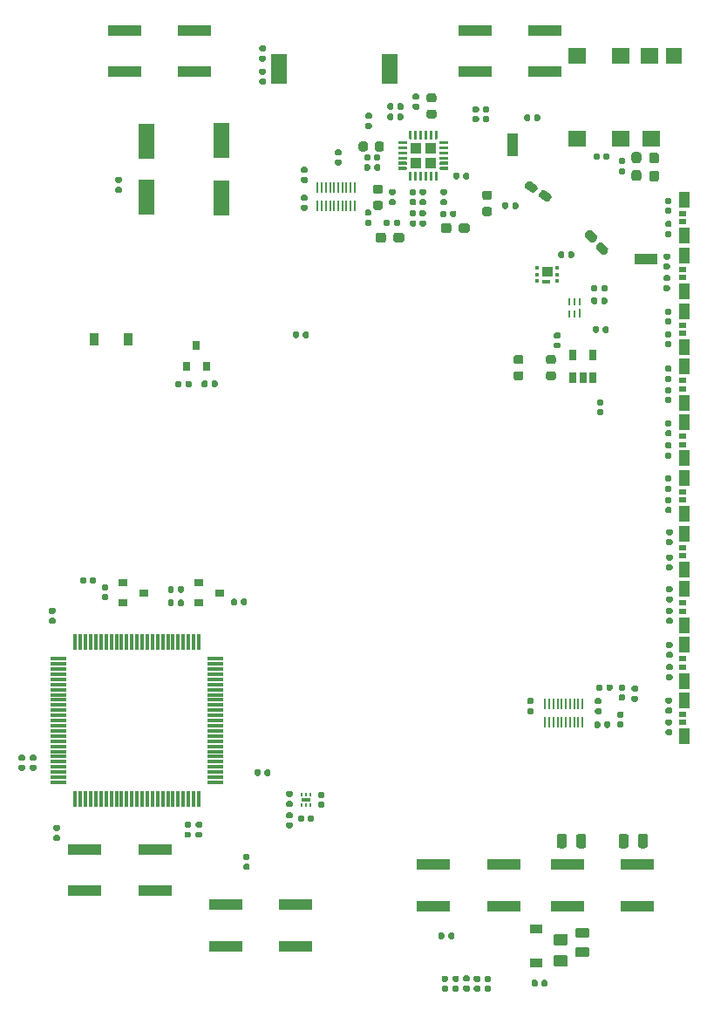
<source format=gbr>
G04 #@! TF.GenerationSoftware,KiCad,Pcbnew,5.1.6+dfsg1-1~bpo10+1*
G04 #@! TF.CreationDate,2020-12-21T12:29:25-05:00*
G04 #@! TF.ProjectId,4GRCP_Mainboard,34475243-505f-44d6-9169-6e626f617264,rev?*
G04 #@! TF.SameCoordinates,Original*
G04 #@! TF.FileFunction,Paste,Bot*
G04 #@! TF.FilePolarity,Positive*
%FSLAX46Y46*%
G04 Gerber Fmt 4.6, Leading zero omitted, Abs format (unit mm)*
G04 Created by KiCad (PCBNEW 5.1.6+dfsg1-1~bpo10+1) date 2020-12-21 12:29:25*
%MOMM*%
%LPD*%
G01*
G04 APERTURE LIST*
%ADD10C,0.010000*%
%ADD11R,1.000000X1.500000*%
%ADD12R,0.800000X0.500000*%
%ADD13R,3.200000X1.100000*%
%ADD14R,1.200000X0.900000*%
%ADD15R,1.500000X0.300000*%
%ADD16R,0.300000X1.500000*%
%ADD17R,1.600000X3.500000*%
%ADD18R,1.500000X3.000000*%
%ADD19R,0.450000X0.300000*%
%ADD20R,0.800000X0.900000*%
%ADD21R,0.280000X0.850000*%
%ADD22R,0.280000X0.750000*%
%ADD23R,0.650000X1.060000*%
%ADD24R,0.200000X1.000000*%
%ADD25R,0.200000X1.100000*%
%ADD26C,0.100000*%
%ADD27R,1.100000X1.100000*%
%ADD28R,0.900000X1.200000*%
%ADD29R,0.180000X0.350000*%
%ADD30R,0.940000X0.300000*%
%ADD31R,1.600000X1.600000*%
%ADD32R,1.800000X1.600000*%
%ADD33R,0.900000X0.800000*%
%ADD34R,1.020000X2.290000*%
%ADD35R,2.290000X1.020000*%
G04 APERTURE END LIST*
D10*
G36*
X167205000Y-83495000D02*
G01*
X167805000Y-83495000D01*
X167807617Y-83494931D01*
X167810226Y-83494726D01*
X167812822Y-83494384D01*
X167815396Y-83493907D01*
X167817941Y-83493296D01*
X167820451Y-83492553D01*
X167822918Y-83491679D01*
X167825337Y-83490677D01*
X167827700Y-83489550D01*
X167830000Y-83488301D01*
X167832232Y-83486934D01*
X167834389Y-83485451D01*
X167836466Y-83483857D01*
X167838457Y-83482157D01*
X167840355Y-83480355D01*
X167842157Y-83478457D01*
X167843857Y-83476466D01*
X167845451Y-83474389D01*
X167846934Y-83472232D01*
X167848301Y-83470000D01*
X167849550Y-83467700D01*
X167850677Y-83465337D01*
X167851679Y-83462918D01*
X167852553Y-83460451D01*
X167853296Y-83457941D01*
X167853907Y-83455396D01*
X167854384Y-83452822D01*
X167854726Y-83450226D01*
X167854931Y-83447617D01*
X167855000Y-83445000D01*
X167855000Y-83255000D01*
X167854931Y-83252383D01*
X167854726Y-83249774D01*
X167854384Y-83247178D01*
X167853907Y-83244604D01*
X167853296Y-83242059D01*
X167852553Y-83239549D01*
X167851679Y-83237082D01*
X167850677Y-83234663D01*
X167849550Y-83232300D01*
X167848301Y-83230000D01*
X167846934Y-83227768D01*
X167845451Y-83225611D01*
X167843857Y-83223534D01*
X167842157Y-83221543D01*
X167840355Y-83219645D01*
X167838457Y-83217843D01*
X167836466Y-83216143D01*
X167834389Y-83214549D01*
X167832232Y-83213066D01*
X167830000Y-83211699D01*
X167827700Y-83210450D01*
X167825337Y-83209323D01*
X167822918Y-83208321D01*
X167820451Y-83207447D01*
X167817941Y-83206704D01*
X167815396Y-83206093D01*
X167812822Y-83205616D01*
X167810226Y-83205274D01*
X167807617Y-83205069D01*
X167805000Y-83205000D01*
X167205000Y-83205000D01*
X167202383Y-83205069D01*
X167199774Y-83205274D01*
X167197178Y-83205616D01*
X167194604Y-83206093D01*
X167192059Y-83206704D01*
X167189549Y-83207447D01*
X167187082Y-83208321D01*
X167184663Y-83209323D01*
X167182300Y-83210450D01*
X167180000Y-83211699D01*
X167177768Y-83213066D01*
X167175611Y-83214549D01*
X167173534Y-83216143D01*
X167171543Y-83217843D01*
X167169645Y-83219645D01*
X167167843Y-83221543D01*
X167166143Y-83223534D01*
X167164549Y-83225611D01*
X167163066Y-83227768D01*
X167161699Y-83230000D01*
X167160450Y-83232300D01*
X167159323Y-83234663D01*
X167158321Y-83237082D01*
X167157447Y-83239549D01*
X167156704Y-83242059D01*
X167156093Y-83244604D01*
X167155616Y-83247178D01*
X167155274Y-83249774D01*
X167155069Y-83252383D01*
X167155000Y-83255000D01*
X167155000Y-83445000D01*
X167155069Y-83447617D01*
X167155274Y-83450226D01*
X167155616Y-83452822D01*
X167156093Y-83455396D01*
X167156704Y-83457941D01*
X167157447Y-83460451D01*
X167158321Y-83462918D01*
X167159323Y-83465337D01*
X167160450Y-83467700D01*
X167161699Y-83470000D01*
X167163066Y-83472232D01*
X167164549Y-83474389D01*
X167166143Y-83476466D01*
X167167843Y-83478457D01*
X167169645Y-83480355D01*
X167171543Y-83482157D01*
X167173534Y-83483857D01*
X167175611Y-83485451D01*
X167177768Y-83486934D01*
X167180000Y-83488301D01*
X167182300Y-83489550D01*
X167184663Y-83490677D01*
X167187082Y-83491679D01*
X167189549Y-83492553D01*
X167192059Y-83493296D01*
X167194604Y-83493907D01*
X167197178Y-83494384D01*
X167199774Y-83494726D01*
X167202383Y-83494931D01*
X167205000Y-83495000D01*
G37*
X167205000Y-83495000D02*
X167805000Y-83495000D01*
X167807617Y-83494931D01*
X167810226Y-83494726D01*
X167812822Y-83494384D01*
X167815396Y-83493907D01*
X167817941Y-83493296D01*
X167820451Y-83492553D01*
X167822918Y-83491679D01*
X167825337Y-83490677D01*
X167827700Y-83489550D01*
X167830000Y-83488301D01*
X167832232Y-83486934D01*
X167834389Y-83485451D01*
X167836466Y-83483857D01*
X167838457Y-83482157D01*
X167840355Y-83480355D01*
X167842157Y-83478457D01*
X167843857Y-83476466D01*
X167845451Y-83474389D01*
X167846934Y-83472232D01*
X167848301Y-83470000D01*
X167849550Y-83467700D01*
X167850677Y-83465337D01*
X167851679Y-83462918D01*
X167852553Y-83460451D01*
X167853296Y-83457941D01*
X167853907Y-83455396D01*
X167854384Y-83452822D01*
X167854726Y-83450226D01*
X167854931Y-83447617D01*
X167855000Y-83445000D01*
X167855000Y-83255000D01*
X167854931Y-83252383D01*
X167854726Y-83249774D01*
X167854384Y-83247178D01*
X167853907Y-83244604D01*
X167853296Y-83242059D01*
X167852553Y-83239549D01*
X167851679Y-83237082D01*
X167850677Y-83234663D01*
X167849550Y-83232300D01*
X167848301Y-83230000D01*
X167846934Y-83227768D01*
X167845451Y-83225611D01*
X167843857Y-83223534D01*
X167842157Y-83221543D01*
X167840355Y-83219645D01*
X167838457Y-83217843D01*
X167836466Y-83216143D01*
X167834389Y-83214549D01*
X167832232Y-83213066D01*
X167830000Y-83211699D01*
X167827700Y-83210450D01*
X167825337Y-83209323D01*
X167822918Y-83208321D01*
X167820451Y-83207447D01*
X167817941Y-83206704D01*
X167815396Y-83206093D01*
X167812822Y-83205616D01*
X167810226Y-83205274D01*
X167807617Y-83205069D01*
X167805000Y-83205000D01*
X167205000Y-83205000D01*
X167202383Y-83205069D01*
X167199774Y-83205274D01*
X167197178Y-83205616D01*
X167194604Y-83206093D01*
X167192059Y-83206704D01*
X167189549Y-83207447D01*
X167187082Y-83208321D01*
X167184663Y-83209323D01*
X167182300Y-83210450D01*
X167180000Y-83211699D01*
X167177768Y-83213066D01*
X167175611Y-83214549D01*
X167173534Y-83216143D01*
X167171543Y-83217843D01*
X167169645Y-83219645D01*
X167167843Y-83221543D01*
X167166143Y-83223534D01*
X167164549Y-83225611D01*
X167163066Y-83227768D01*
X167161699Y-83230000D01*
X167160450Y-83232300D01*
X167159323Y-83234663D01*
X167158321Y-83237082D01*
X167157447Y-83239549D01*
X167156704Y-83242059D01*
X167156093Y-83244604D01*
X167155616Y-83247178D01*
X167155274Y-83249774D01*
X167155069Y-83252383D01*
X167155000Y-83255000D01*
X167155000Y-83445000D01*
X167155069Y-83447617D01*
X167155274Y-83450226D01*
X167155616Y-83452822D01*
X167156093Y-83455396D01*
X167156704Y-83457941D01*
X167157447Y-83460451D01*
X167158321Y-83462918D01*
X167159323Y-83465337D01*
X167160450Y-83467700D01*
X167161699Y-83470000D01*
X167163066Y-83472232D01*
X167164549Y-83474389D01*
X167166143Y-83476466D01*
X167167843Y-83478457D01*
X167169645Y-83480355D01*
X167171543Y-83482157D01*
X167173534Y-83483857D01*
X167175611Y-83485451D01*
X167177768Y-83486934D01*
X167180000Y-83488301D01*
X167182300Y-83489550D01*
X167184663Y-83490677D01*
X167187082Y-83491679D01*
X167189549Y-83492553D01*
X167192059Y-83493296D01*
X167194604Y-83493907D01*
X167197178Y-83494384D01*
X167199774Y-83494726D01*
X167202383Y-83494931D01*
X167205000Y-83495000D01*
G36*
X168000000Y-81945000D02*
G01*
X167200000Y-81945000D01*
X167197383Y-81945069D01*
X167194774Y-81945274D01*
X167192178Y-81945616D01*
X167189604Y-81946093D01*
X167187059Y-81946704D01*
X167184549Y-81947447D01*
X167182082Y-81948321D01*
X167179663Y-81949323D01*
X167177300Y-81950450D01*
X167175000Y-81951699D01*
X167172768Y-81953066D01*
X167170611Y-81954549D01*
X167168534Y-81956143D01*
X167166543Y-81957843D01*
X167164645Y-81959645D01*
X167162843Y-81961543D01*
X167161143Y-81963534D01*
X167159549Y-81965611D01*
X167158066Y-81967768D01*
X167156699Y-81970000D01*
X167155450Y-81972300D01*
X167154323Y-81974663D01*
X167153321Y-81977082D01*
X167152447Y-81979549D01*
X167151704Y-81982059D01*
X167151093Y-81984604D01*
X167150616Y-81987178D01*
X167150274Y-81989774D01*
X167150069Y-81992383D01*
X167150000Y-81995000D01*
X167150000Y-82755000D01*
X167150069Y-82757617D01*
X167150274Y-82760226D01*
X167150616Y-82762822D01*
X167151093Y-82765396D01*
X167151704Y-82767941D01*
X167152447Y-82770451D01*
X167153321Y-82772918D01*
X167154323Y-82775337D01*
X167155450Y-82777700D01*
X167156699Y-82780000D01*
X167158066Y-82782232D01*
X167159549Y-82784389D01*
X167161143Y-82786466D01*
X167162843Y-82788457D01*
X167164645Y-82790355D01*
X167166543Y-82792157D01*
X167168534Y-82793857D01*
X167170611Y-82795451D01*
X167172768Y-82796934D01*
X167175000Y-82798301D01*
X167177300Y-82799550D01*
X167179663Y-82800677D01*
X167182082Y-82801679D01*
X167184549Y-82802553D01*
X167187059Y-82803296D01*
X167189604Y-82803907D01*
X167192178Y-82804384D01*
X167194774Y-82804726D01*
X167197383Y-82804931D01*
X167200000Y-82805000D01*
X168000000Y-82805000D01*
X168002617Y-82804931D01*
X168005226Y-82804726D01*
X168007822Y-82804384D01*
X168010396Y-82803907D01*
X168012941Y-82803296D01*
X168015451Y-82802553D01*
X168017918Y-82801679D01*
X168020337Y-82800677D01*
X168022700Y-82799550D01*
X168025000Y-82798301D01*
X168027232Y-82796934D01*
X168029389Y-82795451D01*
X168031466Y-82793857D01*
X168033457Y-82792157D01*
X168035355Y-82790355D01*
X168037157Y-82788457D01*
X168038857Y-82786466D01*
X168040451Y-82784389D01*
X168041934Y-82782232D01*
X168043301Y-82780000D01*
X168044550Y-82777700D01*
X168045677Y-82775337D01*
X168046679Y-82772918D01*
X168047553Y-82770451D01*
X168048296Y-82767941D01*
X168048907Y-82765396D01*
X168049384Y-82762822D01*
X168049726Y-82760226D01*
X168049931Y-82757617D01*
X168050000Y-82755000D01*
X168050000Y-81995000D01*
X168049931Y-81992383D01*
X168049726Y-81989774D01*
X168049384Y-81987178D01*
X168048907Y-81984604D01*
X168048296Y-81982059D01*
X168047553Y-81979549D01*
X168046679Y-81977082D01*
X168045677Y-81974663D01*
X168044550Y-81972300D01*
X168043301Y-81970000D01*
X168041934Y-81967768D01*
X168040451Y-81965611D01*
X168038857Y-81963534D01*
X168037157Y-81961543D01*
X168035355Y-81959645D01*
X168033457Y-81957843D01*
X168031466Y-81956143D01*
X168029389Y-81954549D01*
X168027232Y-81953066D01*
X168025000Y-81951699D01*
X168022700Y-81950450D01*
X168020337Y-81949323D01*
X168017918Y-81948321D01*
X168015451Y-81947447D01*
X168012941Y-81946704D01*
X168010396Y-81946093D01*
X168007822Y-81945616D01*
X168005226Y-81945274D01*
X168002617Y-81945069D01*
X168000000Y-81945000D01*
G37*
X168000000Y-81945000D02*
X167200000Y-81945000D01*
X167197383Y-81945069D01*
X167194774Y-81945274D01*
X167192178Y-81945616D01*
X167189604Y-81946093D01*
X167187059Y-81946704D01*
X167184549Y-81947447D01*
X167182082Y-81948321D01*
X167179663Y-81949323D01*
X167177300Y-81950450D01*
X167175000Y-81951699D01*
X167172768Y-81953066D01*
X167170611Y-81954549D01*
X167168534Y-81956143D01*
X167166543Y-81957843D01*
X167164645Y-81959645D01*
X167162843Y-81961543D01*
X167161143Y-81963534D01*
X167159549Y-81965611D01*
X167158066Y-81967768D01*
X167156699Y-81970000D01*
X167155450Y-81972300D01*
X167154323Y-81974663D01*
X167153321Y-81977082D01*
X167152447Y-81979549D01*
X167151704Y-81982059D01*
X167151093Y-81984604D01*
X167150616Y-81987178D01*
X167150274Y-81989774D01*
X167150069Y-81992383D01*
X167150000Y-81995000D01*
X167150000Y-82755000D01*
X167150069Y-82757617D01*
X167150274Y-82760226D01*
X167150616Y-82762822D01*
X167151093Y-82765396D01*
X167151704Y-82767941D01*
X167152447Y-82770451D01*
X167153321Y-82772918D01*
X167154323Y-82775337D01*
X167155450Y-82777700D01*
X167156699Y-82780000D01*
X167158066Y-82782232D01*
X167159549Y-82784389D01*
X167161143Y-82786466D01*
X167162843Y-82788457D01*
X167164645Y-82790355D01*
X167166543Y-82792157D01*
X167168534Y-82793857D01*
X167170611Y-82795451D01*
X167172768Y-82796934D01*
X167175000Y-82798301D01*
X167177300Y-82799550D01*
X167179663Y-82800677D01*
X167182082Y-82801679D01*
X167184549Y-82802553D01*
X167187059Y-82803296D01*
X167189604Y-82803907D01*
X167192178Y-82804384D01*
X167194774Y-82804726D01*
X167197383Y-82804931D01*
X167200000Y-82805000D01*
X168000000Y-82805000D01*
X168002617Y-82804931D01*
X168005226Y-82804726D01*
X168007822Y-82804384D01*
X168010396Y-82803907D01*
X168012941Y-82803296D01*
X168015451Y-82802553D01*
X168017918Y-82801679D01*
X168020337Y-82800677D01*
X168022700Y-82799550D01*
X168025000Y-82798301D01*
X168027232Y-82796934D01*
X168029389Y-82795451D01*
X168031466Y-82793857D01*
X168033457Y-82792157D01*
X168035355Y-82790355D01*
X168037157Y-82788457D01*
X168038857Y-82786466D01*
X168040451Y-82784389D01*
X168041934Y-82782232D01*
X168043301Y-82780000D01*
X168044550Y-82777700D01*
X168045677Y-82775337D01*
X168046679Y-82772918D01*
X168047553Y-82770451D01*
X168048296Y-82767941D01*
X168048907Y-82765396D01*
X168049384Y-82762822D01*
X168049726Y-82760226D01*
X168049931Y-82757617D01*
X168050000Y-82755000D01*
X168050000Y-81995000D01*
X168049931Y-81992383D01*
X168049726Y-81989774D01*
X168049384Y-81987178D01*
X168048907Y-81984604D01*
X168048296Y-81982059D01*
X168047553Y-81979549D01*
X168046679Y-81977082D01*
X168045677Y-81974663D01*
X168044550Y-81972300D01*
X168043301Y-81970000D01*
X168041934Y-81967768D01*
X168040451Y-81965611D01*
X168038857Y-81963534D01*
X168037157Y-81961543D01*
X168035355Y-81959645D01*
X168033457Y-81957843D01*
X168031466Y-81956143D01*
X168029389Y-81954549D01*
X168027232Y-81953066D01*
X168025000Y-81951699D01*
X168022700Y-81950450D01*
X168020337Y-81949323D01*
X168017918Y-81948321D01*
X168015451Y-81947447D01*
X168012941Y-81946704D01*
X168010396Y-81946093D01*
X168007822Y-81945616D01*
X168005226Y-81945274D01*
X168002617Y-81945069D01*
X168000000Y-81945000D01*
D11*
X180980000Y-127550000D03*
X180980000Y-124050000D03*
D12*
X180750000Y-126200000D03*
X180750000Y-125400000D03*
D13*
X126600000Y-59000000D03*
X133400000Y-59000000D03*
X133400000Y-63000000D03*
X126600000Y-63000000D03*
X160600000Y-59000000D03*
X167400000Y-59000000D03*
X167400000Y-63000000D03*
X160600000Y-63000000D03*
X176400000Y-144000000D03*
X169600000Y-144000000D03*
X169600000Y-140000000D03*
X176400000Y-140000000D03*
X163400000Y-144000000D03*
X156600000Y-144000000D03*
X156600000Y-140000000D03*
X163400000Y-140000000D03*
X143227000Y-147886000D03*
X136427000Y-147886000D03*
X136427000Y-143886000D03*
X143227000Y-143886000D03*
X129546000Y-142497000D03*
X122746000Y-142497000D03*
X122746000Y-138497000D03*
X129546000Y-138497000D03*
D14*
X166550000Y-146200000D03*
X166550000Y-149500000D03*
G36*
G01*
X169400001Y-147850000D02*
X168499999Y-147850000D01*
G75*
G02*
X168250000Y-147600001I0J249999D01*
G01*
X168250000Y-146949999D01*
G75*
G02*
X168499999Y-146700000I249999J0D01*
G01*
X169400001Y-146700000D01*
G75*
G02*
X169650000Y-146949999I0J-249999D01*
G01*
X169650000Y-147600001D01*
G75*
G02*
X169400001Y-147850000I-249999J0D01*
G01*
G37*
G36*
G01*
X169400001Y-149900000D02*
X168499999Y-149900000D01*
G75*
G02*
X168250000Y-149650001I0J249999D01*
G01*
X168250000Y-148999999D01*
G75*
G02*
X168499999Y-148750000I249999J0D01*
G01*
X169400001Y-148750000D01*
G75*
G02*
X169650000Y-148999999I0J-249999D01*
G01*
X169650000Y-149650001D01*
G75*
G02*
X169400001Y-149900000I-249999J0D01*
G01*
G37*
D15*
X135450000Y-132000000D03*
X135450000Y-131500000D03*
X135450000Y-131000000D03*
X135450000Y-130500000D03*
X135450000Y-130000000D03*
X135450000Y-129500000D03*
X135450000Y-129000000D03*
X135450000Y-128500000D03*
X135450000Y-128000000D03*
X135450000Y-127500000D03*
X135450000Y-127000000D03*
X135450000Y-126500000D03*
X135450000Y-126000000D03*
X135450000Y-125500000D03*
X135450000Y-125000000D03*
X135450000Y-124500000D03*
X135450000Y-124000000D03*
X135450000Y-123500000D03*
X135450000Y-123000000D03*
X135450000Y-122500000D03*
X135450000Y-122000000D03*
X135450000Y-121500000D03*
X135450000Y-121000000D03*
X135450000Y-120500000D03*
X135450000Y-120000000D03*
D16*
X133800000Y-118350000D03*
X133300000Y-118350000D03*
X132800000Y-118350000D03*
X132300000Y-118350000D03*
X131800000Y-118350000D03*
X131300000Y-118350000D03*
X130800000Y-118350000D03*
X130300000Y-118350000D03*
X129800000Y-118350000D03*
X129300000Y-118350000D03*
X128800000Y-118350000D03*
X128300000Y-118350000D03*
X127800000Y-118350000D03*
X127300000Y-118350000D03*
X126800000Y-118350000D03*
X126300000Y-118350000D03*
X125800000Y-118350000D03*
X125300000Y-118350000D03*
X124800000Y-118350000D03*
X124300000Y-118350000D03*
X123800000Y-118350000D03*
X123300000Y-118350000D03*
X122800000Y-118350000D03*
X122300000Y-118350000D03*
X121800000Y-118350000D03*
D15*
X120150000Y-120000000D03*
X120150000Y-120500000D03*
X120150000Y-121000000D03*
X120150000Y-121500000D03*
X120150000Y-122000000D03*
X120150000Y-122500000D03*
X120150000Y-123000000D03*
X120150000Y-123500000D03*
X120150000Y-124000000D03*
X120150000Y-124500000D03*
X120150000Y-125000000D03*
X120150000Y-125500000D03*
X120150000Y-126000000D03*
X120150000Y-126500000D03*
X120150000Y-127000000D03*
X120150000Y-127500000D03*
X120150000Y-128000000D03*
X120150000Y-128500000D03*
X120150000Y-129000000D03*
X120150000Y-129500000D03*
X120150000Y-130000000D03*
X120150000Y-130500000D03*
X120150000Y-131000000D03*
X120150000Y-131500000D03*
X120150000Y-132000000D03*
D16*
X121800000Y-133650000D03*
X122300000Y-133650000D03*
X122800000Y-133650000D03*
X123300000Y-133650000D03*
X123800000Y-133650000D03*
X124300000Y-133650000D03*
X124800000Y-133650000D03*
X125300000Y-133650000D03*
X125800000Y-133650000D03*
X126300000Y-133650000D03*
X126800000Y-133650000D03*
X127300000Y-133650000D03*
X127800000Y-133650000D03*
X128300000Y-133650000D03*
X128800000Y-133650000D03*
X129300000Y-133650000D03*
X129800000Y-133650000D03*
X130300000Y-133650000D03*
X130800000Y-133650000D03*
X131300000Y-133650000D03*
X131800000Y-133650000D03*
X132300000Y-133650000D03*
X132800000Y-133650000D03*
X133300000Y-133650000D03*
X133800000Y-133650000D03*
G36*
G01*
X134660000Y-93152500D02*
X134660000Y-93497500D01*
G75*
G02*
X134512500Y-93645000I-147500J0D01*
G01*
X134217500Y-93645000D01*
G75*
G02*
X134070000Y-93497500I0J147500D01*
G01*
X134070000Y-93152500D01*
G75*
G02*
X134217500Y-93005000I147500J0D01*
G01*
X134512500Y-93005000D01*
G75*
G02*
X134660000Y-93152500I0J-147500D01*
G01*
G37*
G36*
G01*
X135630000Y-93152500D02*
X135630000Y-93497500D01*
G75*
G02*
X135482500Y-93645000I-147500J0D01*
G01*
X135187500Y-93645000D01*
G75*
G02*
X135040000Y-93497500I0J147500D01*
G01*
X135040000Y-93152500D01*
G75*
G02*
X135187500Y-93005000I147500J0D01*
G01*
X135482500Y-93005000D01*
G75*
G02*
X135630000Y-93152500I0J-147500D01*
G01*
G37*
G36*
G01*
X132110000Y-93177500D02*
X132110000Y-93522500D01*
G75*
G02*
X131962500Y-93670000I-147500J0D01*
G01*
X131667500Y-93670000D01*
G75*
G02*
X131520000Y-93522500I0J147500D01*
G01*
X131520000Y-93177500D01*
G75*
G02*
X131667500Y-93030000I147500J0D01*
G01*
X131962500Y-93030000D01*
G75*
G02*
X132110000Y-93177500I0J-147500D01*
G01*
G37*
G36*
G01*
X133080000Y-93177500D02*
X133080000Y-93522500D01*
G75*
G02*
X132932500Y-93670000I-147500J0D01*
G01*
X132637500Y-93670000D01*
G75*
G02*
X132490000Y-93522500I0J147500D01*
G01*
X132490000Y-93177500D01*
G75*
G02*
X132637500Y-93030000I147500J0D01*
G01*
X132932500Y-93030000D01*
G75*
G02*
X133080000Y-93177500I0J-147500D01*
G01*
G37*
G36*
G01*
X116772500Y-129910000D02*
X116427500Y-129910000D01*
G75*
G02*
X116280000Y-129762500I0J147500D01*
G01*
X116280000Y-129467500D01*
G75*
G02*
X116427500Y-129320000I147500J0D01*
G01*
X116772500Y-129320000D01*
G75*
G02*
X116920000Y-129467500I0J-147500D01*
G01*
X116920000Y-129762500D01*
G75*
G02*
X116772500Y-129910000I-147500J0D01*
G01*
G37*
G36*
G01*
X116772500Y-130880000D02*
X116427500Y-130880000D01*
G75*
G02*
X116280000Y-130732500I0J147500D01*
G01*
X116280000Y-130437500D01*
G75*
G02*
X116427500Y-130290000I147500J0D01*
G01*
X116772500Y-130290000D01*
G75*
G02*
X116920000Y-130437500I0J-147500D01*
G01*
X116920000Y-130732500D01*
G75*
G02*
X116772500Y-130880000I-147500J0D01*
G01*
G37*
G36*
G01*
X138597500Y-140505000D02*
X138252500Y-140505000D01*
G75*
G02*
X138105000Y-140357500I0J147500D01*
G01*
X138105000Y-140062500D01*
G75*
G02*
X138252500Y-139915000I147500J0D01*
G01*
X138597500Y-139915000D01*
G75*
G02*
X138745000Y-140062500I0J-147500D01*
G01*
X138745000Y-140357500D01*
G75*
G02*
X138597500Y-140505000I-147500J0D01*
G01*
G37*
G36*
G01*
X138597500Y-139535000D02*
X138252500Y-139535000D01*
G75*
G02*
X138105000Y-139387500I0J147500D01*
G01*
X138105000Y-139092500D01*
G75*
G02*
X138252500Y-138945000I147500J0D01*
G01*
X138597500Y-138945000D01*
G75*
G02*
X138745000Y-139092500I0J-147500D01*
G01*
X138745000Y-139387500D01*
G75*
G02*
X138597500Y-139535000I-147500J0D01*
G01*
G37*
G36*
G01*
X137890000Y-114672500D02*
X137890000Y-114327500D01*
G75*
G02*
X138037500Y-114180000I147500J0D01*
G01*
X138332500Y-114180000D01*
G75*
G02*
X138480000Y-114327500I0J-147500D01*
G01*
X138480000Y-114672500D01*
G75*
G02*
X138332500Y-114820000I-147500J0D01*
G01*
X138037500Y-114820000D01*
G75*
G02*
X137890000Y-114672500I0J147500D01*
G01*
G37*
G36*
G01*
X136920000Y-114672500D02*
X136920000Y-114327500D01*
G75*
G02*
X137067500Y-114180000I147500J0D01*
G01*
X137362500Y-114180000D01*
G75*
G02*
X137510000Y-114327500I0J-147500D01*
G01*
X137510000Y-114672500D01*
G75*
G02*
X137362500Y-114820000I-147500J0D01*
G01*
X137067500Y-114820000D01*
G75*
G02*
X136920000Y-114672500I0J147500D01*
G01*
G37*
G36*
G01*
X119747500Y-116630000D02*
X119402500Y-116630000D01*
G75*
G02*
X119255000Y-116482500I0J147500D01*
G01*
X119255000Y-116187500D01*
G75*
G02*
X119402500Y-116040000I147500J0D01*
G01*
X119747500Y-116040000D01*
G75*
G02*
X119895000Y-116187500I0J-147500D01*
G01*
X119895000Y-116482500D01*
G75*
G02*
X119747500Y-116630000I-147500J0D01*
G01*
G37*
G36*
G01*
X119747500Y-115660000D02*
X119402500Y-115660000D01*
G75*
G02*
X119255000Y-115512500I0J147500D01*
G01*
X119255000Y-115217500D01*
G75*
G02*
X119402500Y-115070000I147500J0D01*
G01*
X119747500Y-115070000D01*
G75*
G02*
X119895000Y-115217500I0J-147500D01*
G01*
X119895000Y-115512500D01*
G75*
G02*
X119747500Y-115660000I-147500J0D01*
G01*
G37*
G36*
G01*
X139810000Y-130877500D02*
X139810000Y-131222500D01*
G75*
G02*
X139662500Y-131370000I-147500J0D01*
G01*
X139367500Y-131370000D01*
G75*
G02*
X139220000Y-131222500I0J147500D01*
G01*
X139220000Y-130877500D01*
G75*
G02*
X139367500Y-130730000I147500J0D01*
G01*
X139662500Y-130730000D01*
G75*
G02*
X139810000Y-130877500I0J-147500D01*
G01*
G37*
G36*
G01*
X140780000Y-130877500D02*
X140780000Y-131222500D01*
G75*
G02*
X140632500Y-131370000I-147500J0D01*
G01*
X140337500Y-131370000D01*
G75*
G02*
X140190000Y-131222500I0J147500D01*
G01*
X140190000Y-130877500D01*
G75*
G02*
X140337500Y-130730000I147500J0D01*
G01*
X140632500Y-130730000D01*
G75*
G02*
X140780000Y-130877500I0J-147500D01*
G01*
G37*
G36*
G01*
X167680000Y-151327500D02*
X167680000Y-151672500D01*
G75*
G02*
X167532500Y-151820000I-147500J0D01*
G01*
X167237500Y-151820000D01*
G75*
G02*
X167090000Y-151672500I0J147500D01*
G01*
X167090000Y-151327500D01*
G75*
G02*
X167237500Y-151180000I147500J0D01*
G01*
X167532500Y-151180000D01*
G75*
G02*
X167680000Y-151327500I0J-147500D01*
G01*
G37*
G36*
G01*
X166710000Y-151327500D02*
X166710000Y-151672500D01*
G75*
G02*
X166562500Y-151820000I-147500J0D01*
G01*
X166267500Y-151820000D01*
G75*
G02*
X166120000Y-151672500I0J147500D01*
G01*
X166120000Y-151327500D01*
G75*
G02*
X166267500Y-151180000I147500J0D01*
G01*
X166562500Y-151180000D01*
G75*
G02*
X166710000Y-151327500I0J-147500D01*
G01*
G37*
G36*
G01*
X157527500Y-150770000D02*
X157872500Y-150770000D01*
G75*
G02*
X158020000Y-150917500I0J-147500D01*
G01*
X158020000Y-151212500D01*
G75*
G02*
X157872500Y-151360000I-147500J0D01*
G01*
X157527500Y-151360000D01*
G75*
G02*
X157380000Y-151212500I0J147500D01*
G01*
X157380000Y-150917500D01*
G75*
G02*
X157527500Y-150770000I147500J0D01*
G01*
G37*
G36*
G01*
X157527500Y-151740000D02*
X157872500Y-151740000D01*
G75*
G02*
X158020000Y-151887500I0J-147500D01*
G01*
X158020000Y-152182500D01*
G75*
G02*
X157872500Y-152330000I-147500J0D01*
G01*
X157527500Y-152330000D01*
G75*
G02*
X157380000Y-152182500I0J147500D01*
G01*
X157380000Y-151887500D01*
G75*
G02*
X157527500Y-151740000I147500J0D01*
G01*
G37*
G36*
G01*
X160657500Y-150780000D02*
X161002500Y-150780000D01*
G75*
G02*
X161150000Y-150927500I0J-147500D01*
G01*
X161150000Y-151222500D01*
G75*
G02*
X161002500Y-151370000I-147500J0D01*
G01*
X160657500Y-151370000D01*
G75*
G02*
X160510000Y-151222500I0J147500D01*
G01*
X160510000Y-150927500D01*
G75*
G02*
X160657500Y-150780000I147500J0D01*
G01*
G37*
G36*
G01*
X160657500Y-151750000D02*
X161002500Y-151750000D01*
G75*
G02*
X161150000Y-151897500I0J-147500D01*
G01*
X161150000Y-152192500D01*
G75*
G02*
X161002500Y-152340000I-147500J0D01*
G01*
X160657500Y-152340000D01*
G75*
G02*
X160510000Y-152192500I0J147500D01*
G01*
X160510000Y-151897500D01*
G75*
G02*
X160657500Y-151750000I147500J0D01*
G01*
G37*
G36*
G01*
X119827500Y-137090000D02*
X120172500Y-137090000D01*
G75*
G02*
X120320000Y-137237500I0J-147500D01*
G01*
X120320000Y-137532500D01*
G75*
G02*
X120172500Y-137680000I-147500J0D01*
G01*
X119827500Y-137680000D01*
G75*
G02*
X119680000Y-137532500I0J147500D01*
G01*
X119680000Y-137237500D01*
G75*
G02*
X119827500Y-137090000I147500J0D01*
G01*
G37*
G36*
G01*
X119827500Y-136120000D02*
X120172500Y-136120000D01*
G75*
G02*
X120320000Y-136267500I0J-147500D01*
G01*
X120320000Y-136562500D01*
G75*
G02*
X120172500Y-136710000I-147500J0D01*
G01*
X119827500Y-136710000D01*
G75*
G02*
X119680000Y-136562500I0J147500D01*
G01*
X119680000Y-136267500D01*
G75*
G02*
X119827500Y-136120000I147500J0D01*
G01*
G37*
G36*
G01*
X173480000Y-83877500D02*
X173480000Y-84222500D01*
G75*
G02*
X173332500Y-84370000I-147500J0D01*
G01*
X173037500Y-84370000D01*
G75*
G02*
X172890000Y-84222500I0J147500D01*
G01*
X172890000Y-83877500D01*
G75*
G02*
X173037500Y-83730000I147500J0D01*
G01*
X173332500Y-83730000D01*
G75*
G02*
X173480000Y-83877500I0J-147500D01*
G01*
G37*
G36*
G01*
X172510000Y-83877500D02*
X172510000Y-84222500D01*
G75*
G02*
X172362500Y-84370000I-147500J0D01*
G01*
X172067500Y-84370000D01*
G75*
G02*
X171920000Y-84222500I0J147500D01*
G01*
X171920000Y-83877500D01*
G75*
G02*
X172067500Y-83730000I147500J0D01*
G01*
X172362500Y-83730000D01*
G75*
G02*
X172510000Y-83877500I0J-147500D01*
G01*
G37*
D17*
X128750000Y-75200000D03*
X128750000Y-69800000D03*
G36*
G01*
X142427500Y-135890000D02*
X142772500Y-135890000D01*
G75*
G02*
X142920000Y-136037500I0J-147500D01*
G01*
X142920000Y-136332500D01*
G75*
G02*
X142772500Y-136480000I-147500J0D01*
G01*
X142427500Y-136480000D01*
G75*
G02*
X142280000Y-136332500I0J147500D01*
G01*
X142280000Y-136037500D01*
G75*
G02*
X142427500Y-135890000I147500J0D01*
G01*
G37*
G36*
G01*
X142427500Y-134920000D02*
X142772500Y-134920000D01*
G75*
G02*
X142920000Y-135067500I0J-147500D01*
G01*
X142920000Y-135362500D01*
G75*
G02*
X142772500Y-135510000I-147500J0D01*
G01*
X142427500Y-135510000D01*
G75*
G02*
X142280000Y-135362500I0J147500D01*
G01*
X142280000Y-135067500D01*
G75*
G02*
X142427500Y-134920000I147500J0D01*
G01*
G37*
X136000000Y-69700000D03*
X136000000Y-75300000D03*
G36*
G01*
X143877500Y-73240000D02*
X144222500Y-73240000D01*
G75*
G02*
X144370000Y-73387500I0J-147500D01*
G01*
X144370000Y-73682500D01*
G75*
G02*
X144222500Y-73830000I-147500J0D01*
G01*
X143877500Y-73830000D01*
G75*
G02*
X143730000Y-73682500I0J147500D01*
G01*
X143730000Y-73387500D01*
G75*
G02*
X143877500Y-73240000I147500J0D01*
G01*
G37*
G36*
G01*
X143877500Y-72270000D02*
X144222500Y-72270000D01*
G75*
G02*
X144370000Y-72417500I0J-147500D01*
G01*
X144370000Y-72712500D01*
G75*
G02*
X144222500Y-72860000I-147500J0D01*
G01*
X143877500Y-72860000D01*
G75*
G02*
X143730000Y-72712500I0J147500D01*
G01*
X143730000Y-72417500D01*
G75*
G02*
X143877500Y-72270000I147500J0D01*
G01*
G37*
G36*
G01*
X144222500Y-75560000D02*
X143877500Y-75560000D01*
G75*
G02*
X143730000Y-75412500I0J147500D01*
G01*
X143730000Y-75117500D01*
G75*
G02*
X143877500Y-74970000I147500J0D01*
G01*
X144222500Y-74970000D01*
G75*
G02*
X144370000Y-75117500I0J-147500D01*
G01*
X144370000Y-75412500D01*
G75*
G02*
X144222500Y-75560000I-147500J0D01*
G01*
G37*
G36*
G01*
X144222500Y-76530000D02*
X143877500Y-76530000D01*
G75*
G02*
X143730000Y-76382500I0J147500D01*
G01*
X143730000Y-76087500D01*
G75*
G02*
X143877500Y-75940000I147500J0D01*
G01*
X144222500Y-75940000D01*
G75*
G02*
X144370000Y-76087500I0J-147500D01*
G01*
X144370000Y-76382500D01*
G75*
G02*
X144222500Y-76530000I-147500J0D01*
G01*
G37*
G36*
G01*
X143525000Y-88377500D02*
X143525000Y-88722500D01*
G75*
G02*
X143377500Y-88870000I-147500J0D01*
G01*
X143082500Y-88870000D01*
G75*
G02*
X142935000Y-88722500I0J147500D01*
G01*
X142935000Y-88377500D01*
G75*
G02*
X143082500Y-88230000I147500J0D01*
G01*
X143377500Y-88230000D01*
G75*
G02*
X143525000Y-88377500I0J-147500D01*
G01*
G37*
G36*
G01*
X144495000Y-88377500D02*
X144495000Y-88722500D01*
G75*
G02*
X144347500Y-88870000I-147500J0D01*
G01*
X144052500Y-88870000D01*
G75*
G02*
X143905000Y-88722500I0J147500D01*
G01*
X143905000Y-88377500D01*
G75*
G02*
X144052500Y-88230000I147500J0D01*
G01*
X144347500Y-88230000D01*
G75*
G02*
X144495000Y-88377500I0J-147500D01*
G01*
G37*
G36*
G01*
X153330000Y-77517500D02*
X153330000Y-77862500D01*
G75*
G02*
X153182500Y-78010000I-147500J0D01*
G01*
X152887500Y-78010000D01*
G75*
G02*
X152740000Y-77862500I0J147500D01*
G01*
X152740000Y-77517500D01*
G75*
G02*
X152887500Y-77370000I147500J0D01*
G01*
X153182500Y-77370000D01*
G75*
G02*
X153330000Y-77517500I0J-147500D01*
G01*
G37*
G36*
G01*
X152360000Y-77517500D02*
X152360000Y-77862500D01*
G75*
G02*
X152212500Y-78010000I-147500J0D01*
G01*
X151917500Y-78010000D01*
G75*
G02*
X151770000Y-77862500I0J147500D01*
G01*
X151770000Y-77517500D01*
G75*
G02*
X151917500Y-77370000I147500J0D01*
G01*
X152212500Y-77370000D01*
G75*
G02*
X152360000Y-77517500I0J-147500D01*
G01*
G37*
G36*
G01*
X157245000Y-76997500D02*
X157245000Y-76652500D01*
G75*
G02*
X157392500Y-76505000I147500J0D01*
G01*
X157687500Y-76505000D01*
G75*
G02*
X157835000Y-76652500I0J-147500D01*
G01*
X157835000Y-76997500D01*
G75*
G02*
X157687500Y-77145000I-147500J0D01*
G01*
X157392500Y-77145000D01*
G75*
G02*
X157245000Y-76997500I0J147500D01*
G01*
G37*
G36*
G01*
X158215000Y-76997500D02*
X158215000Y-76652500D01*
G75*
G02*
X158362500Y-76505000I147500J0D01*
G01*
X158657500Y-76505000D01*
G75*
G02*
X158805000Y-76652500I0J-147500D01*
G01*
X158805000Y-76997500D01*
G75*
G02*
X158657500Y-77145000I-147500J0D01*
G01*
X158362500Y-77145000D01*
G75*
G02*
X158215000Y-76997500I0J147500D01*
G01*
G37*
G36*
G01*
X150077500Y-77390000D02*
X150422500Y-77390000D01*
G75*
G02*
X150570000Y-77537500I0J-147500D01*
G01*
X150570000Y-77832500D01*
G75*
G02*
X150422500Y-77980000I-147500J0D01*
G01*
X150077500Y-77980000D01*
G75*
G02*
X149930000Y-77832500I0J147500D01*
G01*
X149930000Y-77537500D01*
G75*
G02*
X150077500Y-77390000I147500J0D01*
G01*
G37*
G36*
G01*
X150077500Y-76420000D02*
X150422500Y-76420000D01*
G75*
G02*
X150570000Y-76567500I0J-147500D01*
G01*
X150570000Y-76862500D01*
G75*
G02*
X150422500Y-77010000I-147500J0D01*
G01*
X150077500Y-77010000D01*
G75*
G02*
X149930000Y-76862500I0J147500D01*
G01*
X149930000Y-76567500D01*
G75*
G02*
X150077500Y-76420000I147500J0D01*
G01*
G37*
G36*
G01*
X155377500Y-75390000D02*
X155722500Y-75390000D01*
G75*
G02*
X155870000Y-75537500I0J-147500D01*
G01*
X155870000Y-75832500D01*
G75*
G02*
X155722500Y-75980000I-147500J0D01*
G01*
X155377500Y-75980000D01*
G75*
G02*
X155230000Y-75832500I0J147500D01*
G01*
X155230000Y-75537500D01*
G75*
G02*
X155377500Y-75390000I147500J0D01*
G01*
G37*
G36*
G01*
X155377500Y-74420000D02*
X155722500Y-74420000D01*
G75*
G02*
X155870000Y-74567500I0J-147500D01*
G01*
X155870000Y-74862500D01*
G75*
G02*
X155722500Y-75010000I-147500J0D01*
G01*
X155377500Y-75010000D01*
G75*
G02*
X155230000Y-74862500I0J147500D01*
G01*
X155230000Y-74567500D01*
G75*
G02*
X155377500Y-74420000I147500J0D01*
G01*
G37*
G36*
G01*
X154427500Y-74420000D02*
X154772500Y-74420000D01*
G75*
G02*
X154920000Y-74567500I0J-147500D01*
G01*
X154920000Y-74862500D01*
G75*
G02*
X154772500Y-75010000I-147500J0D01*
G01*
X154427500Y-75010000D01*
G75*
G02*
X154280000Y-74862500I0J147500D01*
G01*
X154280000Y-74567500D01*
G75*
G02*
X154427500Y-74420000I147500J0D01*
G01*
G37*
G36*
G01*
X154427500Y-75390000D02*
X154772500Y-75390000D01*
G75*
G02*
X154920000Y-75537500I0J-147500D01*
G01*
X154920000Y-75832500D01*
G75*
G02*
X154772500Y-75980000I-147500J0D01*
G01*
X154427500Y-75980000D01*
G75*
G02*
X154280000Y-75832500I0J147500D01*
G01*
X154280000Y-75537500D01*
G75*
G02*
X154427500Y-75390000I147500J0D01*
G01*
G37*
G36*
G01*
X150460000Y-71177500D02*
X150460000Y-71522500D01*
G75*
G02*
X150312500Y-71670000I-147500J0D01*
G01*
X150017500Y-71670000D01*
G75*
G02*
X149870000Y-71522500I0J147500D01*
G01*
X149870000Y-71177500D01*
G75*
G02*
X150017500Y-71030000I147500J0D01*
G01*
X150312500Y-71030000D01*
G75*
G02*
X150460000Y-71177500I0J-147500D01*
G01*
G37*
G36*
G01*
X151430000Y-71177500D02*
X151430000Y-71522500D01*
G75*
G02*
X151282500Y-71670000I-147500J0D01*
G01*
X150987500Y-71670000D01*
G75*
G02*
X150840000Y-71522500I0J147500D01*
G01*
X150840000Y-71177500D01*
G75*
G02*
X150987500Y-71030000I147500J0D01*
G01*
X151282500Y-71030000D01*
G75*
G02*
X151430000Y-71177500I0J-147500D01*
G01*
G37*
G36*
G01*
X151430000Y-72127500D02*
X151430000Y-72472500D01*
G75*
G02*
X151282500Y-72620000I-147500J0D01*
G01*
X150987500Y-72620000D01*
G75*
G02*
X150840000Y-72472500I0J147500D01*
G01*
X150840000Y-72127500D01*
G75*
G02*
X150987500Y-71980000I147500J0D01*
G01*
X151282500Y-71980000D01*
G75*
G02*
X151430000Y-72127500I0J-147500D01*
G01*
G37*
G36*
G01*
X150460000Y-72127500D02*
X150460000Y-72472500D01*
G75*
G02*
X150312500Y-72620000I-147500J0D01*
G01*
X150017500Y-72620000D01*
G75*
G02*
X149870000Y-72472500I0J147500D01*
G01*
X149870000Y-72127500D01*
G75*
G02*
X150017500Y-71980000I147500J0D01*
G01*
X150312500Y-71980000D01*
G75*
G02*
X150460000Y-72127500I0J-147500D01*
G01*
G37*
G36*
G01*
X150472500Y-68580000D02*
X150127500Y-68580000D01*
G75*
G02*
X149980000Y-68432500I0J147500D01*
G01*
X149980000Y-68137500D01*
G75*
G02*
X150127500Y-67990000I147500J0D01*
G01*
X150472500Y-67990000D01*
G75*
G02*
X150620000Y-68137500I0J-147500D01*
G01*
X150620000Y-68432500D01*
G75*
G02*
X150472500Y-68580000I-147500J0D01*
G01*
G37*
G36*
G01*
X150472500Y-67610000D02*
X150127500Y-67610000D01*
G75*
G02*
X149980000Y-67462500I0J147500D01*
G01*
X149980000Y-67167500D01*
G75*
G02*
X150127500Y-67020000I147500J0D01*
G01*
X150472500Y-67020000D01*
G75*
G02*
X150620000Y-67167500I0J-147500D01*
G01*
X150620000Y-67462500D01*
G75*
G02*
X150472500Y-67610000I-147500J0D01*
G01*
G37*
G36*
G01*
X156656250Y-66000000D02*
X156143750Y-66000000D01*
G75*
G02*
X155925000Y-65781250I0J218750D01*
G01*
X155925000Y-65343750D01*
G75*
G02*
X156143750Y-65125000I218750J0D01*
G01*
X156656250Y-65125000D01*
G75*
G02*
X156875000Y-65343750I0J-218750D01*
G01*
X156875000Y-65781250D01*
G75*
G02*
X156656250Y-66000000I-218750J0D01*
G01*
G37*
G36*
G01*
X156656250Y-67575000D02*
X156143750Y-67575000D01*
G75*
G02*
X155925000Y-67356250I0J218750D01*
G01*
X155925000Y-66918750D01*
G75*
G02*
X156143750Y-66700000I218750J0D01*
G01*
X156656250Y-66700000D01*
G75*
G02*
X156875000Y-66918750I0J-218750D01*
G01*
X156875000Y-67356250D01*
G75*
G02*
X156656250Y-67575000I-218750J0D01*
G01*
G37*
G36*
G01*
X160872500Y-67930000D02*
X160527500Y-67930000D01*
G75*
G02*
X160380000Y-67782500I0J147500D01*
G01*
X160380000Y-67487500D01*
G75*
G02*
X160527500Y-67340000I147500J0D01*
G01*
X160872500Y-67340000D01*
G75*
G02*
X161020000Y-67487500I0J-147500D01*
G01*
X161020000Y-67782500D01*
G75*
G02*
X160872500Y-67930000I-147500J0D01*
G01*
G37*
G36*
G01*
X160872500Y-66960000D02*
X160527500Y-66960000D01*
G75*
G02*
X160380000Y-66812500I0J147500D01*
G01*
X160380000Y-66517500D01*
G75*
G02*
X160527500Y-66370000I147500J0D01*
G01*
X160872500Y-66370000D01*
G75*
G02*
X161020000Y-66517500I0J-147500D01*
G01*
X161020000Y-66812500D01*
G75*
G02*
X160872500Y-66960000I-147500J0D01*
G01*
G37*
G36*
G01*
X161872500Y-66960000D02*
X161527500Y-66960000D01*
G75*
G02*
X161380000Y-66812500I0J147500D01*
G01*
X161380000Y-66517500D01*
G75*
G02*
X161527500Y-66370000I147500J0D01*
G01*
X161872500Y-66370000D01*
G75*
G02*
X162020000Y-66517500I0J-147500D01*
G01*
X162020000Y-66812500D01*
G75*
G02*
X161872500Y-66960000I-147500J0D01*
G01*
G37*
G36*
G01*
X161872500Y-67930000D02*
X161527500Y-67930000D01*
G75*
G02*
X161380000Y-67782500I0J147500D01*
G01*
X161380000Y-67487500D01*
G75*
G02*
X161527500Y-67340000I147500J0D01*
G01*
X161872500Y-67340000D01*
G75*
G02*
X162020000Y-67487500I0J-147500D01*
G01*
X162020000Y-67782500D01*
G75*
G02*
X161872500Y-67930000I-147500J0D01*
G01*
G37*
G36*
G01*
X173705000Y-71077500D02*
X173705000Y-71422500D01*
G75*
G02*
X173557500Y-71570000I-147500J0D01*
G01*
X173262500Y-71570000D01*
G75*
G02*
X173115000Y-71422500I0J147500D01*
G01*
X173115000Y-71077500D01*
G75*
G02*
X173262500Y-70930000I147500J0D01*
G01*
X173557500Y-70930000D01*
G75*
G02*
X173705000Y-71077500I0J-147500D01*
G01*
G37*
G36*
G01*
X172735000Y-71077500D02*
X172735000Y-71422500D01*
G75*
G02*
X172587500Y-71570000I-147500J0D01*
G01*
X172292500Y-71570000D01*
G75*
G02*
X172145000Y-71422500I0J147500D01*
G01*
X172145000Y-71077500D01*
G75*
G02*
X172292500Y-70930000I147500J0D01*
G01*
X172587500Y-70930000D01*
G75*
G02*
X172735000Y-71077500I0J-147500D01*
G01*
G37*
G36*
G01*
X140172500Y-61060000D02*
X139827500Y-61060000D01*
G75*
G02*
X139680000Y-60912500I0J147500D01*
G01*
X139680000Y-60617500D01*
G75*
G02*
X139827500Y-60470000I147500J0D01*
G01*
X140172500Y-60470000D01*
G75*
G02*
X140320000Y-60617500I0J-147500D01*
G01*
X140320000Y-60912500D01*
G75*
G02*
X140172500Y-61060000I-147500J0D01*
G01*
G37*
G36*
G01*
X140172500Y-62030000D02*
X139827500Y-62030000D01*
G75*
G02*
X139680000Y-61882500I0J147500D01*
G01*
X139680000Y-61587500D01*
G75*
G02*
X139827500Y-61440000I147500J0D01*
G01*
X140172500Y-61440000D01*
G75*
G02*
X140320000Y-61587500I0J-147500D01*
G01*
X140320000Y-61882500D01*
G75*
G02*
X140172500Y-62030000I-147500J0D01*
G01*
G37*
G36*
G01*
X174727500Y-71395000D02*
X175072500Y-71395000D01*
G75*
G02*
X175220000Y-71542500I0J-147500D01*
G01*
X175220000Y-71837500D01*
G75*
G02*
X175072500Y-71985000I-147500J0D01*
G01*
X174727500Y-71985000D01*
G75*
G02*
X174580000Y-71837500I0J147500D01*
G01*
X174580000Y-71542500D01*
G75*
G02*
X174727500Y-71395000I147500J0D01*
G01*
G37*
G36*
G01*
X174727500Y-72365000D02*
X175072500Y-72365000D01*
G75*
G02*
X175220000Y-72512500I0J-147500D01*
G01*
X175220000Y-72807500D01*
G75*
G02*
X175072500Y-72955000I-147500J0D01*
G01*
X174727500Y-72955000D01*
G75*
G02*
X174580000Y-72807500I0J147500D01*
G01*
X174580000Y-72512500D01*
G75*
G02*
X174727500Y-72365000I147500J0D01*
G01*
G37*
G36*
G01*
X139827500Y-63690000D02*
X140172500Y-63690000D01*
G75*
G02*
X140320000Y-63837500I0J-147500D01*
G01*
X140320000Y-64132500D01*
G75*
G02*
X140172500Y-64280000I-147500J0D01*
G01*
X139827500Y-64280000D01*
G75*
G02*
X139680000Y-64132500I0J147500D01*
G01*
X139680000Y-63837500D01*
G75*
G02*
X139827500Y-63690000I147500J0D01*
G01*
G37*
G36*
G01*
X139827500Y-62720000D02*
X140172500Y-62720000D01*
G75*
G02*
X140320000Y-62867500I0J-147500D01*
G01*
X140320000Y-63162500D01*
G75*
G02*
X140172500Y-63310000I-147500J0D01*
G01*
X139827500Y-63310000D01*
G75*
G02*
X139680000Y-63162500I0J147500D01*
G01*
X139680000Y-62867500D01*
G75*
G02*
X139827500Y-62720000I147500J0D01*
G01*
G37*
G36*
G01*
X157300000Y-78437500D02*
X157300000Y-77962500D01*
G75*
G02*
X157537500Y-77725000I237500J0D01*
G01*
X158112500Y-77725000D01*
G75*
G02*
X158350000Y-77962500I0J-237500D01*
G01*
X158350000Y-78437500D01*
G75*
G02*
X158112500Y-78675000I-237500J0D01*
G01*
X157537500Y-78675000D01*
G75*
G02*
X157300000Y-78437500I0J237500D01*
G01*
G37*
G36*
G01*
X159050000Y-78437500D02*
X159050000Y-77962500D01*
G75*
G02*
X159287500Y-77725000I237500J0D01*
G01*
X159862500Y-77725000D01*
G75*
G02*
X160100000Y-77962500I0J-237500D01*
G01*
X160100000Y-78437500D01*
G75*
G02*
X159862500Y-78675000I-237500J0D01*
G01*
X159287500Y-78675000D01*
G75*
G02*
X159050000Y-78437500I0J237500D01*
G01*
G37*
G36*
G01*
X152000000Y-78887500D02*
X152000000Y-79362500D01*
G75*
G02*
X151762500Y-79600000I-237500J0D01*
G01*
X151187500Y-79600000D01*
G75*
G02*
X150950000Y-79362500I0J237500D01*
G01*
X150950000Y-78887500D01*
G75*
G02*
X151187500Y-78650000I237500J0D01*
G01*
X151762500Y-78650000D01*
G75*
G02*
X152000000Y-78887500I0J-237500D01*
G01*
G37*
G36*
G01*
X153750000Y-78887500D02*
X153750000Y-79362500D01*
G75*
G02*
X153512500Y-79600000I-237500J0D01*
G01*
X152937500Y-79600000D01*
G75*
G02*
X152700000Y-79362500I0J237500D01*
G01*
X152700000Y-78887500D01*
G75*
G02*
X152937500Y-78650000I237500J0D01*
G01*
X153512500Y-78650000D01*
G75*
G02*
X153750000Y-78887500I0J-237500D01*
G01*
G37*
G36*
G01*
X176062500Y-70825000D02*
X176537500Y-70825000D01*
G75*
G02*
X176775000Y-71062500I0J-237500D01*
G01*
X176775000Y-71637500D01*
G75*
G02*
X176537500Y-71875000I-237500J0D01*
G01*
X176062500Y-71875000D01*
G75*
G02*
X175825000Y-71637500I0J237500D01*
G01*
X175825000Y-71062500D01*
G75*
G02*
X176062500Y-70825000I237500J0D01*
G01*
G37*
G36*
G01*
X176062500Y-72575000D02*
X176537500Y-72575000D01*
G75*
G02*
X176775000Y-72812500I0J-237500D01*
G01*
X176775000Y-73387500D01*
G75*
G02*
X176537500Y-73625000I-237500J0D01*
G01*
X176062500Y-73625000D01*
G75*
G02*
X175825000Y-73387500I0J237500D01*
G01*
X175825000Y-72812500D01*
G75*
G02*
X176062500Y-72575000I237500J0D01*
G01*
G37*
G36*
G01*
X177787500Y-72625000D02*
X178262500Y-72625000D01*
G75*
G02*
X178500000Y-72862500I0J-237500D01*
G01*
X178500000Y-73437500D01*
G75*
G02*
X178262500Y-73675000I-237500J0D01*
G01*
X177787500Y-73675000D01*
G75*
G02*
X177550000Y-73437500I0J237500D01*
G01*
X177550000Y-72862500D01*
G75*
G02*
X177787500Y-72625000I237500J0D01*
G01*
G37*
G36*
G01*
X177787500Y-70875000D02*
X178262500Y-70875000D01*
G75*
G02*
X178500000Y-71112500I0J-237500D01*
G01*
X178500000Y-71687500D01*
G75*
G02*
X178262500Y-71925000I-237500J0D01*
G01*
X177787500Y-71925000D01*
G75*
G02*
X177550000Y-71687500I0J237500D01*
G01*
X177550000Y-71112500D01*
G75*
G02*
X177787500Y-70875000I237500J0D01*
G01*
G37*
G36*
G01*
X168070281Y-75231862D02*
X167838808Y-75588297D01*
G75*
G02*
X167544855Y-75650778I-178217J115736D01*
G01*
X166873919Y-75215067D01*
G75*
G02*
X166811438Y-74921114I115736J178217D01*
G01*
X167042910Y-74564679D01*
G75*
G02*
X167336863Y-74502198I178217J-115736D01*
G01*
X168007799Y-74937909D01*
G75*
G02*
X168070280Y-75231862I-115736J-178217D01*
G01*
G37*
G36*
G01*
X166707441Y-74346824D02*
X166475968Y-74703259D01*
G75*
G02*
X166182015Y-74765740I-178217J115736D01*
G01*
X165511079Y-74330029D01*
G75*
G02*
X165448598Y-74036076I115736J178217D01*
G01*
X165680070Y-73679641D01*
G75*
G02*
X165974023Y-73617160I178217J-115736D01*
G01*
X166644959Y-74052871D01*
G75*
G02*
X166707440Y-74346824I-115736J-178217D01*
G01*
G37*
G36*
G01*
X173536430Y-80516791D02*
X173220593Y-80801171D01*
G75*
G02*
X172920485Y-80785443I-142190J157918D01*
G01*
X172385180Y-80190927D01*
G75*
G02*
X172400908Y-79890819I157918J142190D01*
G01*
X172716745Y-79606439D01*
G75*
G02*
X173016853Y-79622167I142190J-157918D01*
G01*
X173552158Y-80216683D01*
G75*
G02*
X173536430Y-80516791I-157918J-142190D01*
G01*
G37*
G36*
G01*
X172449092Y-79309181D02*
X172133255Y-79593561D01*
G75*
G02*
X171833147Y-79577833I-142190J157918D01*
G01*
X171297842Y-78983317D01*
G75*
G02*
X171313570Y-78683209I157918J142190D01*
G01*
X171629407Y-78398829D01*
G75*
G02*
X171929515Y-78414557I142190J-157918D01*
G01*
X172464820Y-79009073D01*
G75*
G02*
X172449092Y-79309181I-157918J-142190D01*
G01*
G37*
G36*
G01*
X155377500Y-77440000D02*
X155722500Y-77440000D01*
G75*
G02*
X155870000Y-77587500I0J-147500D01*
G01*
X155870000Y-77882500D01*
G75*
G02*
X155722500Y-78030000I-147500J0D01*
G01*
X155377500Y-78030000D01*
G75*
G02*
X155230000Y-77882500I0J147500D01*
G01*
X155230000Y-77587500D01*
G75*
G02*
X155377500Y-77440000I147500J0D01*
G01*
G37*
G36*
G01*
X155377500Y-76470000D02*
X155722500Y-76470000D01*
G75*
G02*
X155870000Y-76617500I0J-147500D01*
G01*
X155870000Y-76912500D01*
G75*
G02*
X155722500Y-77060000I-147500J0D01*
G01*
X155377500Y-77060000D01*
G75*
G02*
X155230000Y-76912500I0J147500D01*
G01*
X155230000Y-76617500D01*
G75*
G02*
X155377500Y-76470000I147500J0D01*
G01*
G37*
G36*
G01*
X154427500Y-76470000D02*
X154772500Y-76470000D01*
G75*
G02*
X154920000Y-76617500I0J-147500D01*
G01*
X154920000Y-76912500D01*
G75*
G02*
X154772500Y-77060000I-147500J0D01*
G01*
X154427500Y-77060000D01*
G75*
G02*
X154280000Y-76912500I0J147500D01*
G01*
X154280000Y-76617500D01*
G75*
G02*
X154427500Y-76470000I147500J0D01*
G01*
G37*
G36*
G01*
X154427500Y-77440000D02*
X154772500Y-77440000D01*
G75*
G02*
X154920000Y-77587500I0J-147500D01*
G01*
X154920000Y-77882500D01*
G75*
G02*
X154772500Y-78030000I-147500J0D01*
G01*
X154427500Y-78030000D01*
G75*
G02*
X154280000Y-77882500I0J147500D01*
G01*
X154280000Y-77587500D01*
G75*
G02*
X154427500Y-77440000I147500J0D01*
G01*
G37*
G36*
G01*
X166970000Y-67302500D02*
X166970000Y-67647500D01*
G75*
G02*
X166822500Y-67795000I-147500J0D01*
G01*
X166527500Y-67795000D01*
G75*
G02*
X166380000Y-67647500I0J147500D01*
G01*
X166380000Y-67302500D01*
G75*
G02*
X166527500Y-67155000I147500J0D01*
G01*
X166822500Y-67155000D01*
G75*
G02*
X166970000Y-67302500I0J-147500D01*
G01*
G37*
G36*
G01*
X166000000Y-67302500D02*
X166000000Y-67647500D01*
G75*
G02*
X165852500Y-67795000I-147500J0D01*
G01*
X165557500Y-67795000D01*
G75*
G02*
X165410000Y-67647500I0J147500D01*
G01*
X165410000Y-67302500D01*
G75*
G02*
X165557500Y-67155000I147500J0D01*
G01*
X165852500Y-67155000D01*
G75*
G02*
X166000000Y-67302500I0J-147500D01*
G01*
G37*
G36*
G01*
X153090000Y-67572500D02*
X153090000Y-67227500D01*
G75*
G02*
X153237500Y-67080000I147500J0D01*
G01*
X153532500Y-67080000D01*
G75*
G02*
X153680000Y-67227500I0J-147500D01*
G01*
X153680000Y-67572500D01*
G75*
G02*
X153532500Y-67720000I-147500J0D01*
G01*
X153237500Y-67720000D01*
G75*
G02*
X153090000Y-67572500I0J147500D01*
G01*
G37*
G36*
G01*
X152120000Y-67572500D02*
X152120000Y-67227500D01*
G75*
G02*
X152267500Y-67080000I147500J0D01*
G01*
X152562500Y-67080000D01*
G75*
G02*
X152710000Y-67227500I0J-147500D01*
G01*
X152710000Y-67572500D01*
G75*
G02*
X152562500Y-67720000I-147500J0D01*
G01*
X152267500Y-67720000D01*
G75*
G02*
X152120000Y-67572500I0J147500D01*
G01*
G37*
D18*
X152375000Y-62750000D03*
X141625000Y-62750000D03*
D19*
X168575000Y-82050000D03*
X168575000Y-82700000D03*
X168575000Y-83350000D03*
X166625000Y-83350000D03*
X166625000Y-82700000D03*
X166625000Y-82050000D03*
D20*
X134525000Y-91600000D03*
X132625000Y-91600000D03*
X133575000Y-89600000D03*
G36*
G01*
X117872500Y-129910000D02*
X117527500Y-129910000D01*
G75*
G02*
X117380000Y-129762500I0J147500D01*
G01*
X117380000Y-129467500D01*
G75*
G02*
X117527500Y-129320000I147500J0D01*
G01*
X117872500Y-129320000D01*
G75*
G02*
X118020000Y-129467500I0J-147500D01*
G01*
X118020000Y-129762500D01*
G75*
G02*
X117872500Y-129910000I-147500J0D01*
G01*
G37*
G36*
G01*
X117872500Y-130880000D02*
X117527500Y-130880000D01*
G75*
G02*
X117380000Y-130732500I0J147500D01*
G01*
X117380000Y-130437500D01*
G75*
G02*
X117527500Y-130290000I147500J0D01*
G01*
X117872500Y-130290000D01*
G75*
G02*
X118020000Y-130437500I0J-147500D01*
G01*
X118020000Y-130732500D01*
G75*
G02*
X117872500Y-130880000I-147500J0D01*
G01*
G37*
G36*
G01*
X161697500Y-150780000D02*
X162042500Y-150780000D01*
G75*
G02*
X162190000Y-150927500I0J-147500D01*
G01*
X162190000Y-151222500D01*
G75*
G02*
X162042500Y-151370000I-147500J0D01*
G01*
X161697500Y-151370000D01*
G75*
G02*
X161550000Y-151222500I0J147500D01*
G01*
X161550000Y-150927500D01*
G75*
G02*
X161697500Y-150780000I147500J0D01*
G01*
G37*
G36*
G01*
X161697500Y-151750000D02*
X162042500Y-151750000D01*
G75*
G02*
X162190000Y-151897500I0J-147500D01*
G01*
X162190000Y-152192500D01*
G75*
G02*
X162042500Y-152340000I-147500J0D01*
G01*
X161697500Y-152340000D01*
G75*
G02*
X161550000Y-152192500I0J147500D01*
G01*
X161550000Y-151897500D01*
G75*
G02*
X161697500Y-151750000I147500J0D01*
G01*
G37*
G36*
G01*
X157660000Y-146727500D02*
X157660000Y-147072500D01*
G75*
G02*
X157512500Y-147220000I-147500J0D01*
G01*
X157217500Y-147220000D01*
G75*
G02*
X157070000Y-147072500I0J147500D01*
G01*
X157070000Y-146727500D01*
G75*
G02*
X157217500Y-146580000I147500J0D01*
G01*
X157512500Y-146580000D01*
G75*
G02*
X157660000Y-146727500I0J-147500D01*
G01*
G37*
G36*
G01*
X158630000Y-146727500D02*
X158630000Y-147072500D01*
G75*
G02*
X158482500Y-147220000I-147500J0D01*
G01*
X158187500Y-147220000D01*
G75*
G02*
X158040000Y-147072500I0J147500D01*
G01*
X158040000Y-146727500D01*
G75*
G02*
X158187500Y-146580000I147500J0D01*
G01*
X158482500Y-146580000D01*
G75*
G02*
X158630000Y-146727500I0J-147500D01*
G01*
G37*
G36*
G01*
X159972500Y-151345000D02*
X159627500Y-151345000D01*
G75*
G02*
X159480000Y-151197500I0J147500D01*
G01*
X159480000Y-150902500D01*
G75*
G02*
X159627500Y-150755000I147500J0D01*
G01*
X159972500Y-150755000D01*
G75*
G02*
X160120000Y-150902500I0J-147500D01*
G01*
X160120000Y-151197500D01*
G75*
G02*
X159972500Y-151345000I-147500J0D01*
G01*
G37*
G36*
G01*
X159972500Y-152315000D02*
X159627500Y-152315000D01*
G75*
G02*
X159480000Y-152167500I0J147500D01*
G01*
X159480000Y-151872500D01*
G75*
G02*
X159627500Y-151725000I147500J0D01*
G01*
X159972500Y-151725000D01*
G75*
G02*
X160120000Y-151872500I0J-147500D01*
G01*
X160120000Y-152167500D01*
G75*
G02*
X159972500Y-152315000I-147500J0D01*
G01*
G37*
G36*
G01*
X158922500Y-152330000D02*
X158577500Y-152330000D01*
G75*
G02*
X158430000Y-152182500I0J147500D01*
G01*
X158430000Y-151887500D01*
G75*
G02*
X158577500Y-151740000I147500J0D01*
G01*
X158922500Y-151740000D01*
G75*
G02*
X159070000Y-151887500I0J-147500D01*
G01*
X159070000Y-152182500D01*
G75*
G02*
X158922500Y-152330000I-147500J0D01*
G01*
G37*
G36*
G01*
X158922500Y-151360000D02*
X158577500Y-151360000D01*
G75*
G02*
X158430000Y-151212500I0J147500D01*
G01*
X158430000Y-150917500D01*
G75*
G02*
X158577500Y-150770000I147500J0D01*
G01*
X158922500Y-150770000D01*
G75*
G02*
X159070000Y-150917500I0J-147500D01*
G01*
X159070000Y-151212500D01*
G75*
G02*
X158922500Y-151360000I-147500J0D01*
G01*
G37*
G36*
G01*
X133992500Y-137380000D02*
X133647500Y-137380000D01*
G75*
G02*
X133500000Y-137232500I0J147500D01*
G01*
X133500000Y-136937500D01*
G75*
G02*
X133647500Y-136790000I147500J0D01*
G01*
X133992500Y-136790000D01*
G75*
G02*
X134140000Y-136937500I0J-147500D01*
G01*
X134140000Y-137232500D01*
G75*
G02*
X133992500Y-137380000I-147500J0D01*
G01*
G37*
G36*
G01*
X133992500Y-136410000D02*
X133647500Y-136410000D01*
G75*
G02*
X133500000Y-136262500I0J147500D01*
G01*
X133500000Y-135967500D01*
G75*
G02*
X133647500Y-135820000I147500J0D01*
G01*
X133992500Y-135820000D01*
G75*
G02*
X134140000Y-135967500I0J-147500D01*
G01*
X134140000Y-136262500D01*
G75*
G02*
X133992500Y-136410000I-147500J0D01*
G01*
G37*
G36*
G01*
X132557500Y-135820000D02*
X132902500Y-135820000D01*
G75*
G02*
X133050000Y-135967500I0J-147500D01*
G01*
X133050000Y-136262500D01*
G75*
G02*
X132902500Y-136410000I-147500J0D01*
G01*
X132557500Y-136410000D01*
G75*
G02*
X132410000Y-136262500I0J147500D01*
G01*
X132410000Y-135967500D01*
G75*
G02*
X132557500Y-135820000I147500J0D01*
G01*
G37*
G36*
G01*
X132557500Y-136790000D02*
X132902500Y-136790000D01*
G75*
G02*
X133050000Y-136937500I0J-147500D01*
G01*
X133050000Y-137232500D01*
G75*
G02*
X132902500Y-137380000I-147500J0D01*
G01*
X132557500Y-137380000D01*
G75*
G02*
X132410000Y-137232500I0J147500D01*
G01*
X132410000Y-136937500D01*
G75*
G02*
X132557500Y-136790000I147500J0D01*
G01*
G37*
G36*
G01*
X168772500Y-88910000D02*
X168427500Y-88910000D01*
G75*
G02*
X168280000Y-88762500I0J147500D01*
G01*
X168280000Y-88467500D01*
G75*
G02*
X168427500Y-88320000I147500J0D01*
G01*
X168772500Y-88320000D01*
G75*
G02*
X168920000Y-88467500I0J-147500D01*
G01*
X168920000Y-88762500D01*
G75*
G02*
X168772500Y-88910000I-147500J0D01*
G01*
G37*
G36*
G01*
X168772500Y-89880000D02*
X168427500Y-89880000D01*
G75*
G02*
X168280000Y-89732500I0J147500D01*
G01*
X168280000Y-89437500D01*
G75*
G02*
X168427500Y-89290000I147500J0D01*
G01*
X168772500Y-89290000D01*
G75*
G02*
X168920000Y-89437500I0J-147500D01*
G01*
X168920000Y-89732500D01*
G75*
G02*
X168772500Y-89880000I-147500J0D01*
G01*
G37*
G36*
G01*
X173480000Y-85077500D02*
X173480000Y-85422500D01*
G75*
G02*
X173332500Y-85570000I-147500J0D01*
G01*
X173037500Y-85570000D01*
G75*
G02*
X172890000Y-85422500I0J147500D01*
G01*
X172890000Y-85077500D01*
G75*
G02*
X173037500Y-84930000I147500J0D01*
G01*
X173332500Y-84930000D01*
G75*
G02*
X173480000Y-85077500I0J-147500D01*
G01*
G37*
G36*
G01*
X172510000Y-85077500D02*
X172510000Y-85422500D01*
G75*
G02*
X172362500Y-85570000I-147500J0D01*
G01*
X172067500Y-85570000D01*
G75*
G02*
X171920000Y-85422500I0J147500D01*
G01*
X171920000Y-85077500D01*
G75*
G02*
X172067500Y-84930000I147500J0D01*
G01*
X172362500Y-84930000D01*
G75*
G02*
X172510000Y-85077500I0J-147500D01*
G01*
G37*
G36*
G01*
X173630000Y-87877500D02*
X173630000Y-88222500D01*
G75*
G02*
X173482500Y-88370000I-147500J0D01*
G01*
X173187500Y-88370000D01*
G75*
G02*
X173040000Y-88222500I0J147500D01*
G01*
X173040000Y-87877500D01*
G75*
G02*
X173187500Y-87730000I147500J0D01*
G01*
X173482500Y-87730000D01*
G75*
G02*
X173630000Y-87877500I0J-147500D01*
G01*
G37*
G36*
G01*
X172660000Y-87877500D02*
X172660000Y-88222500D01*
G75*
G02*
X172512500Y-88370000I-147500J0D01*
G01*
X172217500Y-88370000D01*
G75*
G02*
X172070000Y-88222500I0J147500D01*
G01*
X172070000Y-87877500D01*
G75*
G02*
X172217500Y-87730000I147500J0D01*
G01*
X172512500Y-87730000D01*
G75*
G02*
X172660000Y-87877500I0J-147500D01*
G01*
G37*
G36*
G01*
X172947500Y-96380000D02*
X172602500Y-96380000D01*
G75*
G02*
X172455000Y-96232500I0J147500D01*
G01*
X172455000Y-95937500D01*
G75*
G02*
X172602500Y-95790000I147500J0D01*
G01*
X172947500Y-95790000D01*
G75*
G02*
X173095000Y-95937500I0J-147500D01*
G01*
X173095000Y-96232500D01*
G75*
G02*
X172947500Y-96380000I-147500J0D01*
G01*
G37*
G36*
G01*
X172947500Y-95410000D02*
X172602500Y-95410000D01*
G75*
G02*
X172455000Y-95262500I0J147500D01*
G01*
X172455000Y-94967500D01*
G75*
G02*
X172602500Y-94820000I147500J0D01*
G01*
X172947500Y-94820000D01*
G75*
G02*
X173095000Y-94967500I0J-147500D01*
G01*
X173095000Y-95262500D01*
G75*
G02*
X172947500Y-95410000I-147500J0D01*
G01*
G37*
G36*
G01*
X144995000Y-135327500D02*
X144995000Y-135672500D01*
G75*
G02*
X144847500Y-135820000I-147500J0D01*
G01*
X144552500Y-135820000D01*
G75*
G02*
X144405000Y-135672500I0J147500D01*
G01*
X144405000Y-135327500D01*
G75*
G02*
X144552500Y-135180000I147500J0D01*
G01*
X144847500Y-135180000D01*
G75*
G02*
X144995000Y-135327500I0J-147500D01*
G01*
G37*
G36*
G01*
X144025000Y-135327500D02*
X144025000Y-135672500D01*
G75*
G02*
X143877500Y-135820000I-147500J0D01*
G01*
X143582500Y-135820000D01*
G75*
G02*
X143435000Y-135672500I0J147500D01*
G01*
X143435000Y-135327500D01*
G75*
G02*
X143582500Y-135180000I147500J0D01*
G01*
X143877500Y-135180000D01*
G75*
G02*
X144025000Y-135327500I0J-147500D01*
G01*
G37*
G36*
G01*
X125827500Y-73220000D02*
X126172500Y-73220000D01*
G75*
G02*
X126320000Y-73367500I0J-147500D01*
G01*
X126320000Y-73662500D01*
G75*
G02*
X126172500Y-73810000I-147500J0D01*
G01*
X125827500Y-73810000D01*
G75*
G02*
X125680000Y-73662500I0J147500D01*
G01*
X125680000Y-73367500D01*
G75*
G02*
X125827500Y-73220000I147500J0D01*
G01*
G37*
G36*
G01*
X125827500Y-74190000D02*
X126172500Y-74190000D01*
G75*
G02*
X126320000Y-74337500I0J-147500D01*
G01*
X126320000Y-74632500D01*
G75*
G02*
X126172500Y-74780000I-147500J0D01*
G01*
X125827500Y-74780000D01*
G75*
G02*
X125680000Y-74632500I0J147500D01*
G01*
X125680000Y-74337500D01*
G75*
G02*
X125827500Y-74190000I147500J0D01*
G01*
G37*
G36*
G01*
X147522500Y-72130000D02*
X147177500Y-72130000D01*
G75*
G02*
X147030000Y-71982500I0J147500D01*
G01*
X147030000Y-71687500D01*
G75*
G02*
X147177500Y-71540000I147500J0D01*
G01*
X147522500Y-71540000D01*
G75*
G02*
X147670000Y-71687500I0J-147500D01*
G01*
X147670000Y-71982500D01*
G75*
G02*
X147522500Y-72130000I-147500J0D01*
G01*
G37*
G36*
G01*
X147522500Y-71160000D02*
X147177500Y-71160000D01*
G75*
G02*
X147030000Y-71012500I0J147500D01*
G01*
X147030000Y-70717500D01*
G75*
G02*
X147177500Y-70570000I147500J0D01*
G01*
X147522500Y-70570000D01*
G75*
G02*
X147670000Y-70717500I0J-147500D01*
G01*
X147670000Y-71012500D01*
G75*
G02*
X147522500Y-71160000I-147500J0D01*
G01*
G37*
G36*
G01*
X157772500Y-75980000D02*
X157427500Y-75980000D01*
G75*
G02*
X157280000Y-75832500I0J147500D01*
G01*
X157280000Y-75537500D01*
G75*
G02*
X157427500Y-75390000I147500J0D01*
G01*
X157772500Y-75390000D01*
G75*
G02*
X157920000Y-75537500I0J-147500D01*
G01*
X157920000Y-75832500D01*
G75*
G02*
X157772500Y-75980000I-147500J0D01*
G01*
G37*
G36*
G01*
X157772500Y-75010000D02*
X157427500Y-75010000D01*
G75*
G02*
X157280000Y-74862500I0J147500D01*
G01*
X157280000Y-74567500D01*
G75*
G02*
X157427500Y-74420000I147500J0D01*
G01*
X157772500Y-74420000D01*
G75*
G02*
X157920000Y-74567500I0J-147500D01*
G01*
X157920000Y-74862500D01*
G75*
G02*
X157772500Y-75010000I-147500J0D01*
G01*
G37*
G36*
G01*
X153090000Y-66572500D02*
X153090000Y-66227500D01*
G75*
G02*
X153237500Y-66080000I147500J0D01*
G01*
X153532500Y-66080000D01*
G75*
G02*
X153680000Y-66227500I0J-147500D01*
G01*
X153680000Y-66572500D01*
G75*
G02*
X153532500Y-66720000I-147500J0D01*
G01*
X153237500Y-66720000D01*
G75*
G02*
X153090000Y-66572500I0J147500D01*
G01*
G37*
G36*
G01*
X152120000Y-66572500D02*
X152120000Y-66227500D01*
G75*
G02*
X152267500Y-66080000I147500J0D01*
G01*
X152562500Y-66080000D01*
G75*
G02*
X152710000Y-66227500I0J-147500D01*
G01*
X152710000Y-66572500D01*
G75*
G02*
X152562500Y-66720000I-147500J0D01*
G01*
X152267500Y-66720000D01*
G75*
G02*
X152120000Y-66572500I0J147500D01*
G01*
G37*
G36*
G01*
X155072500Y-66705000D02*
X154727500Y-66705000D01*
G75*
G02*
X154580000Y-66557500I0J147500D01*
G01*
X154580000Y-66262500D01*
G75*
G02*
X154727500Y-66115000I147500J0D01*
G01*
X155072500Y-66115000D01*
G75*
G02*
X155220000Y-66262500I0J-147500D01*
G01*
X155220000Y-66557500D01*
G75*
G02*
X155072500Y-66705000I-147500J0D01*
G01*
G37*
G36*
G01*
X155072500Y-65735000D02*
X154727500Y-65735000D01*
G75*
G02*
X154580000Y-65587500I0J147500D01*
G01*
X154580000Y-65292500D01*
G75*
G02*
X154727500Y-65145000I147500J0D01*
G01*
X155072500Y-65145000D01*
G75*
G02*
X155220000Y-65292500I0J-147500D01*
G01*
X155220000Y-65587500D01*
G75*
G02*
X155072500Y-65735000I-147500J0D01*
G01*
G37*
G36*
G01*
X152772500Y-75980000D02*
X152427500Y-75980000D01*
G75*
G02*
X152280000Y-75832500I0J147500D01*
G01*
X152280000Y-75537500D01*
G75*
G02*
X152427500Y-75390000I147500J0D01*
G01*
X152772500Y-75390000D01*
G75*
G02*
X152920000Y-75537500I0J-147500D01*
G01*
X152920000Y-75832500D01*
G75*
G02*
X152772500Y-75980000I-147500J0D01*
G01*
G37*
G36*
G01*
X152772500Y-75010000D02*
X152427500Y-75010000D01*
G75*
G02*
X152280000Y-74862500I0J147500D01*
G01*
X152280000Y-74567500D01*
G75*
G02*
X152427500Y-74420000I147500J0D01*
G01*
X152772500Y-74420000D01*
G75*
G02*
X152920000Y-74567500I0J-147500D01*
G01*
X152920000Y-74862500D01*
G75*
G02*
X152772500Y-75010000I-147500J0D01*
G01*
G37*
G36*
G01*
X159110000Y-72977500D02*
X159110000Y-73322500D01*
G75*
G02*
X158962500Y-73470000I-147500J0D01*
G01*
X158667500Y-73470000D01*
G75*
G02*
X158520000Y-73322500I0J147500D01*
G01*
X158520000Y-72977500D01*
G75*
G02*
X158667500Y-72830000I147500J0D01*
G01*
X158962500Y-72830000D01*
G75*
G02*
X159110000Y-72977500I0J-147500D01*
G01*
G37*
G36*
G01*
X160080000Y-72977500D02*
X160080000Y-73322500D01*
G75*
G02*
X159932500Y-73470000I-147500J0D01*
G01*
X159637500Y-73470000D01*
G75*
G02*
X159490000Y-73322500I0J147500D01*
G01*
X159490000Y-72977500D01*
G75*
G02*
X159637500Y-72830000I147500J0D01*
G01*
X159932500Y-72830000D01*
G75*
G02*
X160080000Y-72977500I0J-147500D01*
G01*
G37*
G36*
G01*
X164830000Y-75852500D02*
X164830000Y-76197500D01*
G75*
G02*
X164682500Y-76345000I-147500J0D01*
G01*
X164387500Y-76345000D01*
G75*
G02*
X164240000Y-76197500I0J147500D01*
G01*
X164240000Y-75852500D01*
G75*
G02*
X164387500Y-75705000I147500J0D01*
G01*
X164682500Y-75705000D01*
G75*
G02*
X164830000Y-75852500I0J-147500D01*
G01*
G37*
G36*
G01*
X163860000Y-75852500D02*
X163860000Y-76197500D01*
G75*
G02*
X163712500Y-76345000I-147500J0D01*
G01*
X163417500Y-76345000D01*
G75*
G02*
X163270000Y-76197500I0J147500D01*
G01*
X163270000Y-75852500D01*
G75*
G02*
X163417500Y-75705000I147500J0D01*
G01*
X163712500Y-75705000D01*
G75*
G02*
X163860000Y-75852500I0J-147500D01*
G01*
G37*
G36*
G01*
X169310000Y-80602500D02*
X169310000Y-80947500D01*
G75*
G02*
X169162500Y-81095000I-147500J0D01*
G01*
X168867500Y-81095000D01*
G75*
G02*
X168720000Y-80947500I0J147500D01*
G01*
X168720000Y-80602500D01*
G75*
G02*
X168867500Y-80455000I147500J0D01*
G01*
X169162500Y-80455000D01*
G75*
G02*
X169310000Y-80602500I0J-147500D01*
G01*
G37*
G36*
G01*
X170280000Y-80602500D02*
X170280000Y-80947500D01*
G75*
G02*
X170132500Y-81095000I-147500J0D01*
G01*
X169837500Y-81095000D01*
G75*
G02*
X169690000Y-80947500I0J147500D01*
G01*
X169690000Y-80602500D01*
G75*
G02*
X169837500Y-80455000I147500J0D01*
G01*
X170132500Y-80455000D01*
G75*
G02*
X170280000Y-80602500I0J-147500D01*
G01*
G37*
G36*
G01*
X179327500Y-110840000D02*
X179672500Y-110840000D01*
G75*
G02*
X179820000Y-110987500I0J-147500D01*
G01*
X179820000Y-111282500D01*
G75*
G02*
X179672500Y-111430000I-147500J0D01*
G01*
X179327500Y-111430000D01*
G75*
G02*
X179180000Y-111282500I0J147500D01*
G01*
X179180000Y-110987500D01*
G75*
G02*
X179327500Y-110840000I147500J0D01*
G01*
G37*
G36*
G01*
X179327500Y-109870000D02*
X179672500Y-109870000D01*
G75*
G02*
X179820000Y-110017500I0J-147500D01*
G01*
X179820000Y-110312500D01*
G75*
G02*
X179672500Y-110460000I-147500J0D01*
G01*
X179327500Y-110460000D01*
G75*
G02*
X179180000Y-110312500I0J147500D01*
G01*
X179180000Y-110017500D01*
G75*
G02*
X179327500Y-109870000I147500J0D01*
G01*
G37*
G36*
G01*
X179327500Y-108390000D02*
X179672500Y-108390000D01*
G75*
G02*
X179820000Y-108537500I0J-147500D01*
G01*
X179820000Y-108832500D01*
G75*
G02*
X179672500Y-108980000I-147500J0D01*
G01*
X179327500Y-108980000D01*
G75*
G02*
X179180000Y-108832500I0J147500D01*
G01*
X179180000Y-108537500D01*
G75*
G02*
X179327500Y-108390000I147500J0D01*
G01*
G37*
G36*
G01*
X179327500Y-107420000D02*
X179672500Y-107420000D01*
G75*
G02*
X179820000Y-107567500I0J-147500D01*
G01*
X179820000Y-107862500D01*
G75*
G02*
X179672500Y-108010000I-147500J0D01*
G01*
X179327500Y-108010000D01*
G75*
G02*
X179180000Y-107862500I0J147500D01*
G01*
X179180000Y-107567500D01*
G75*
G02*
X179327500Y-107420000I147500J0D01*
G01*
G37*
G36*
G01*
X179227500Y-78490000D02*
X179572500Y-78490000D01*
G75*
G02*
X179720000Y-78637500I0J-147500D01*
G01*
X179720000Y-78932500D01*
G75*
G02*
X179572500Y-79080000I-147500J0D01*
G01*
X179227500Y-79080000D01*
G75*
G02*
X179080000Y-78932500I0J147500D01*
G01*
X179080000Y-78637500D01*
G75*
G02*
X179227500Y-78490000I147500J0D01*
G01*
G37*
G36*
G01*
X179227500Y-77520000D02*
X179572500Y-77520000D01*
G75*
G02*
X179720000Y-77667500I0J-147500D01*
G01*
X179720000Y-77962500D01*
G75*
G02*
X179572500Y-78110000I-147500J0D01*
G01*
X179227500Y-78110000D01*
G75*
G02*
X179080000Y-77962500I0J147500D01*
G01*
X179080000Y-77667500D01*
G75*
G02*
X179227500Y-77520000I147500J0D01*
G01*
G37*
G36*
G01*
X179227500Y-75270000D02*
X179572500Y-75270000D01*
G75*
G02*
X179720000Y-75417500I0J-147500D01*
G01*
X179720000Y-75712500D01*
G75*
G02*
X179572500Y-75860000I-147500J0D01*
G01*
X179227500Y-75860000D01*
G75*
G02*
X179080000Y-75712500I0J147500D01*
G01*
X179080000Y-75417500D01*
G75*
G02*
X179227500Y-75270000I147500J0D01*
G01*
G37*
G36*
G01*
X179227500Y-76240000D02*
X179572500Y-76240000D01*
G75*
G02*
X179720000Y-76387500I0J-147500D01*
G01*
X179720000Y-76682500D01*
G75*
G02*
X179572500Y-76830000I-147500J0D01*
G01*
X179227500Y-76830000D01*
G75*
G02*
X179080000Y-76682500I0J147500D01*
G01*
X179080000Y-76387500D01*
G75*
G02*
X179227500Y-76240000I147500J0D01*
G01*
G37*
G36*
G01*
X179277500Y-126840000D02*
X179622500Y-126840000D01*
G75*
G02*
X179770000Y-126987500I0J-147500D01*
G01*
X179770000Y-127282500D01*
G75*
G02*
X179622500Y-127430000I-147500J0D01*
G01*
X179277500Y-127430000D01*
G75*
G02*
X179130000Y-127282500I0J147500D01*
G01*
X179130000Y-126987500D01*
G75*
G02*
X179277500Y-126840000I147500J0D01*
G01*
G37*
G36*
G01*
X179277500Y-125870000D02*
X179622500Y-125870000D01*
G75*
G02*
X179770000Y-126017500I0J-147500D01*
G01*
X179770000Y-126312500D01*
G75*
G02*
X179622500Y-126460000I-147500J0D01*
G01*
X179277500Y-126460000D01*
G75*
G02*
X179130000Y-126312500I0J147500D01*
G01*
X179130000Y-126017500D01*
G75*
G02*
X179277500Y-125870000I147500J0D01*
G01*
G37*
G36*
G01*
X179277500Y-123770000D02*
X179622500Y-123770000D01*
G75*
G02*
X179770000Y-123917500I0J-147500D01*
G01*
X179770000Y-124212500D01*
G75*
G02*
X179622500Y-124360000I-147500J0D01*
G01*
X179277500Y-124360000D01*
G75*
G02*
X179130000Y-124212500I0J147500D01*
G01*
X179130000Y-123917500D01*
G75*
G02*
X179277500Y-123770000I147500J0D01*
G01*
G37*
G36*
G01*
X179277500Y-124740000D02*
X179622500Y-124740000D01*
G75*
G02*
X179770000Y-124887500I0J-147500D01*
G01*
X179770000Y-125182500D01*
G75*
G02*
X179622500Y-125330000I-147500J0D01*
G01*
X179277500Y-125330000D01*
G75*
G02*
X179130000Y-125182500I0J147500D01*
G01*
X179130000Y-124887500D01*
G75*
G02*
X179277500Y-124740000I147500J0D01*
G01*
G37*
G36*
G01*
X179327500Y-120520000D02*
X179672500Y-120520000D01*
G75*
G02*
X179820000Y-120667500I0J-147500D01*
G01*
X179820000Y-120962500D01*
G75*
G02*
X179672500Y-121110000I-147500J0D01*
G01*
X179327500Y-121110000D01*
G75*
G02*
X179180000Y-120962500I0J147500D01*
G01*
X179180000Y-120667500D01*
G75*
G02*
X179327500Y-120520000I147500J0D01*
G01*
G37*
G36*
G01*
X179327500Y-121490000D02*
X179672500Y-121490000D01*
G75*
G02*
X179820000Y-121637500I0J-147500D01*
G01*
X179820000Y-121932500D01*
G75*
G02*
X179672500Y-122080000I-147500J0D01*
G01*
X179327500Y-122080000D01*
G75*
G02*
X179180000Y-121932500I0J147500D01*
G01*
X179180000Y-121637500D01*
G75*
G02*
X179327500Y-121490000I147500J0D01*
G01*
G37*
G36*
G01*
X179327500Y-119340000D02*
X179672500Y-119340000D01*
G75*
G02*
X179820000Y-119487500I0J-147500D01*
G01*
X179820000Y-119782500D01*
G75*
G02*
X179672500Y-119930000I-147500J0D01*
G01*
X179327500Y-119930000D01*
G75*
G02*
X179180000Y-119782500I0J147500D01*
G01*
X179180000Y-119487500D01*
G75*
G02*
X179327500Y-119340000I147500J0D01*
G01*
G37*
G36*
G01*
X179327500Y-118370000D02*
X179672500Y-118370000D01*
G75*
G02*
X179820000Y-118517500I0J-147500D01*
G01*
X179820000Y-118812500D01*
G75*
G02*
X179672500Y-118960000I-147500J0D01*
G01*
X179327500Y-118960000D01*
G75*
G02*
X179180000Y-118812500I0J147500D01*
G01*
X179180000Y-118517500D01*
G75*
G02*
X179327500Y-118370000I147500J0D01*
G01*
G37*
G36*
G01*
X179327500Y-115070000D02*
X179672500Y-115070000D01*
G75*
G02*
X179820000Y-115217500I0J-147500D01*
G01*
X179820000Y-115512500D01*
G75*
G02*
X179672500Y-115660000I-147500J0D01*
G01*
X179327500Y-115660000D01*
G75*
G02*
X179180000Y-115512500I0J147500D01*
G01*
X179180000Y-115217500D01*
G75*
G02*
X179327500Y-115070000I147500J0D01*
G01*
G37*
G36*
G01*
X179327500Y-116040000D02*
X179672500Y-116040000D01*
G75*
G02*
X179820000Y-116187500I0J-147500D01*
G01*
X179820000Y-116482500D01*
G75*
G02*
X179672500Y-116630000I-147500J0D01*
G01*
X179327500Y-116630000D01*
G75*
G02*
X179180000Y-116482500I0J147500D01*
G01*
X179180000Y-116187500D01*
G75*
G02*
X179327500Y-116040000I147500J0D01*
G01*
G37*
G36*
G01*
X179327500Y-113940000D02*
X179672500Y-113940000D01*
G75*
G02*
X179820000Y-114087500I0J-147500D01*
G01*
X179820000Y-114382500D01*
G75*
G02*
X179672500Y-114530000I-147500J0D01*
G01*
X179327500Y-114530000D01*
G75*
G02*
X179180000Y-114382500I0J147500D01*
G01*
X179180000Y-114087500D01*
G75*
G02*
X179327500Y-113940000I147500J0D01*
G01*
G37*
G36*
G01*
X179327500Y-112970000D02*
X179672500Y-112970000D01*
G75*
G02*
X179820000Y-113117500I0J-147500D01*
G01*
X179820000Y-113412500D01*
G75*
G02*
X179672500Y-113560000I-147500J0D01*
G01*
X179327500Y-113560000D01*
G75*
G02*
X179180000Y-113412500I0J147500D01*
G01*
X179180000Y-113117500D01*
G75*
G02*
X179327500Y-112970000I147500J0D01*
G01*
G37*
G36*
G01*
X179077500Y-83740000D02*
X179422500Y-83740000D01*
G75*
G02*
X179570000Y-83887500I0J-147500D01*
G01*
X179570000Y-84182500D01*
G75*
G02*
X179422500Y-84330000I-147500J0D01*
G01*
X179077500Y-84330000D01*
G75*
G02*
X178930000Y-84182500I0J147500D01*
G01*
X178930000Y-83887500D01*
G75*
G02*
X179077500Y-83740000I147500J0D01*
G01*
G37*
G36*
G01*
X179077500Y-82770000D02*
X179422500Y-82770000D01*
G75*
G02*
X179570000Y-82917500I0J-147500D01*
G01*
X179570000Y-83212500D01*
G75*
G02*
X179422500Y-83360000I-147500J0D01*
G01*
X179077500Y-83360000D01*
G75*
G02*
X178930000Y-83212500I0J147500D01*
G01*
X178930000Y-82917500D01*
G75*
G02*
X179077500Y-82770000I147500J0D01*
G01*
G37*
G36*
G01*
X179077500Y-80670000D02*
X179422500Y-80670000D01*
G75*
G02*
X179570000Y-80817500I0J-147500D01*
G01*
X179570000Y-81112500D01*
G75*
G02*
X179422500Y-81260000I-147500J0D01*
G01*
X179077500Y-81260000D01*
G75*
G02*
X178930000Y-81112500I0J147500D01*
G01*
X178930000Y-80817500D01*
G75*
G02*
X179077500Y-80670000I147500J0D01*
G01*
G37*
G36*
G01*
X179077500Y-81640000D02*
X179422500Y-81640000D01*
G75*
G02*
X179570000Y-81787500I0J-147500D01*
G01*
X179570000Y-82082500D01*
G75*
G02*
X179422500Y-82230000I-147500J0D01*
G01*
X179077500Y-82230000D01*
G75*
G02*
X178930000Y-82082500I0J147500D01*
G01*
X178930000Y-81787500D01*
G75*
G02*
X179077500Y-81640000I147500J0D01*
G01*
G37*
G36*
G01*
X179227500Y-88220000D02*
X179572500Y-88220000D01*
G75*
G02*
X179720000Y-88367500I0J-147500D01*
G01*
X179720000Y-88662500D01*
G75*
G02*
X179572500Y-88810000I-147500J0D01*
G01*
X179227500Y-88810000D01*
G75*
G02*
X179080000Y-88662500I0J147500D01*
G01*
X179080000Y-88367500D01*
G75*
G02*
X179227500Y-88220000I147500J0D01*
G01*
G37*
G36*
G01*
X179227500Y-89190000D02*
X179572500Y-89190000D01*
G75*
G02*
X179720000Y-89337500I0J-147500D01*
G01*
X179720000Y-89632500D01*
G75*
G02*
X179572500Y-89780000I-147500J0D01*
G01*
X179227500Y-89780000D01*
G75*
G02*
X179080000Y-89632500I0J147500D01*
G01*
X179080000Y-89337500D01*
G75*
G02*
X179227500Y-89190000I147500J0D01*
G01*
G37*
G36*
G01*
X179227500Y-86020000D02*
X179572500Y-86020000D01*
G75*
G02*
X179720000Y-86167500I0J-147500D01*
G01*
X179720000Y-86462500D01*
G75*
G02*
X179572500Y-86610000I-147500J0D01*
G01*
X179227500Y-86610000D01*
G75*
G02*
X179080000Y-86462500I0J147500D01*
G01*
X179080000Y-86167500D01*
G75*
G02*
X179227500Y-86020000I147500J0D01*
G01*
G37*
G36*
G01*
X179227500Y-86990000D02*
X179572500Y-86990000D01*
G75*
G02*
X179720000Y-87137500I0J-147500D01*
G01*
X179720000Y-87432500D01*
G75*
G02*
X179572500Y-87580000I-147500J0D01*
G01*
X179227500Y-87580000D01*
G75*
G02*
X179080000Y-87432500I0J147500D01*
G01*
X179080000Y-87137500D01*
G75*
G02*
X179227500Y-86990000I147500J0D01*
G01*
G37*
G36*
G01*
X179227500Y-94590000D02*
X179572500Y-94590000D01*
G75*
G02*
X179720000Y-94737500I0J-147500D01*
G01*
X179720000Y-95032500D01*
G75*
G02*
X179572500Y-95180000I-147500J0D01*
G01*
X179227500Y-95180000D01*
G75*
G02*
X179080000Y-95032500I0J147500D01*
G01*
X179080000Y-94737500D01*
G75*
G02*
X179227500Y-94590000I147500J0D01*
G01*
G37*
G36*
G01*
X179227500Y-93620000D02*
X179572500Y-93620000D01*
G75*
G02*
X179720000Y-93767500I0J-147500D01*
G01*
X179720000Y-94062500D01*
G75*
G02*
X179572500Y-94210000I-147500J0D01*
G01*
X179227500Y-94210000D01*
G75*
G02*
X179080000Y-94062500I0J147500D01*
G01*
X179080000Y-93767500D01*
G75*
G02*
X179227500Y-93620000I147500J0D01*
G01*
G37*
G36*
G01*
X179227500Y-91570000D02*
X179572500Y-91570000D01*
G75*
G02*
X179720000Y-91717500I0J-147500D01*
G01*
X179720000Y-92012500D01*
G75*
G02*
X179572500Y-92160000I-147500J0D01*
G01*
X179227500Y-92160000D01*
G75*
G02*
X179080000Y-92012500I0J147500D01*
G01*
X179080000Y-91717500D01*
G75*
G02*
X179227500Y-91570000I147500J0D01*
G01*
G37*
G36*
G01*
X179227500Y-92540000D02*
X179572500Y-92540000D01*
G75*
G02*
X179720000Y-92687500I0J-147500D01*
G01*
X179720000Y-92982500D01*
G75*
G02*
X179572500Y-93130000I-147500J0D01*
G01*
X179227500Y-93130000D01*
G75*
G02*
X179080000Y-92982500I0J147500D01*
G01*
X179080000Y-92687500D01*
G75*
G02*
X179227500Y-92540000I147500J0D01*
G01*
G37*
G36*
G01*
X179227500Y-99020000D02*
X179572500Y-99020000D01*
G75*
G02*
X179720000Y-99167500I0J-147500D01*
G01*
X179720000Y-99462500D01*
G75*
G02*
X179572500Y-99610000I-147500J0D01*
G01*
X179227500Y-99610000D01*
G75*
G02*
X179080000Y-99462500I0J147500D01*
G01*
X179080000Y-99167500D01*
G75*
G02*
X179227500Y-99020000I147500J0D01*
G01*
G37*
G36*
G01*
X179227500Y-99990000D02*
X179572500Y-99990000D01*
G75*
G02*
X179720000Y-100137500I0J-147500D01*
G01*
X179720000Y-100432500D01*
G75*
G02*
X179572500Y-100580000I-147500J0D01*
G01*
X179227500Y-100580000D01*
G75*
G02*
X179080000Y-100432500I0J147500D01*
G01*
X179080000Y-100137500D01*
G75*
G02*
X179227500Y-99990000I147500J0D01*
G01*
G37*
G36*
G01*
X179227500Y-96870000D02*
X179572500Y-96870000D01*
G75*
G02*
X179720000Y-97017500I0J-147500D01*
G01*
X179720000Y-97312500D01*
G75*
G02*
X179572500Y-97460000I-147500J0D01*
G01*
X179227500Y-97460000D01*
G75*
G02*
X179080000Y-97312500I0J147500D01*
G01*
X179080000Y-97017500D01*
G75*
G02*
X179227500Y-96870000I147500J0D01*
G01*
G37*
G36*
G01*
X179227500Y-97840000D02*
X179572500Y-97840000D01*
G75*
G02*
X179720000Y-97987500I0J-147500D01*
G01*
X179720000Y-98282500D01*
G75*
G02*
X179572500Y-98430000I-147500J0D01*
G01*
X179227500Y-98430000D01*
G75*
G02*
X179080000Y-98282500I0J147500D01*
G01*
X179080000Y-97987500D01*
G75*
G02*
X179227500Y-97840000I147500J0D01*
G01*
G37*
G36*
G01*
X179227500Y-104320000D02*
X179572500Y-104320000D01*
G75*
G02*
X179720000Y-104467500I0J-147500D01*
G01*
X179720000Y-104762500D01*
G75*
G02*
X179572500Y-104910000I-147500J0D01*
G01*
X179227500Y-104910000D01*
G75*
G02*
X179080000Y-104762500I0J147500D01*
G01*
X179080000Y-104467500D01*
G75*
G02*
X179227500Y-104320000I147500J0D01*
G01*
G37*
G36*
G01*
X179227500Y-105290000D02*
X179572500Y-105290000D01*
G75*
G02*
X179720000Y-105437500I0J-147500D01*
G01*
X179720000Y-105732500D01*
G75*
G02*
X179572500Y-105880000I-147500J0D01*
G01*
X179227500Y-105880000D01*
G75*
G02*
X179080000Y-105732500I0J147500D01*
G01*
X179080000Y-105437500D01*
G75*
G02*
X179227500Y-105290000I147500J0D01*
G01*
G37*
G36*
G01*
X179227500Y-103190000D02*
X179572500Y-103190000D01*
G75*
G02*
X179720000Y-103337500I0J-147500D01*
G01*
X179720000Y-103632500D01*
G75*
G02*
X179572500Y-103780000I-147500J0D01*
G01*
X179227500Y-103780000D01*
G75*
G02*
X179080000Y-103632500I0J147500D01*
G01*
X179080000Y-103337500D01*
G75*
G02*
X179227500Y-103190000I147500J0D01*
G01*
G37*
G36*
G01*
X179227500Y-102220000D02*
X179572500Y-102220000D01*
G75*
G02*
X179720000Y-102367500I0J-147500D01*
G01*
X179720000Y-102662500D01*
G75*
G02*
X179572500Y-102810000I-147500J0D01*
G01*
X179227500Y-102810000D01*
G75*
G02*
X179080000Y-102662500I0J147500D01*
G01*
X179080000Y-102367500D01*
G75*
G02*
X179227500Y-102220000I147500J0D01*
G01*
G37*
D21*
X170800000Y-86475000D03*
D22*
X170300000Y-86525000D03*
X169800000Y-86525000D03*
X169800000Y-85375000D03*
X170300000Y-85375000D03*
X170800000Y-85375000D03*
D23*
X172050000Y-92700000D03*
X171100000Y-92700000D03*
X170150000Y-92700000D03*
X170150000Y-90500000D03*
X172050000Y-90500000D03*
D24*
X145350000Y-76050000D03*
X145750000Y-76050000D03*
X146150000Y-76050000D03*
X146550000Y-76050000D03*
X146950000Y-76050000D03*
X147350000Y-76050000D03*
X147750000Y-76050000D03*
X148150000Y-76050000D03*
X148550000Y-76050000D03*
X148950000Y-76050000D03*
X148950000Y-74250000D03*
X148550000Y-74250000D03*
X148150000Y-74250000D03*
X147750000Y-74250000D03*
X147350000Y-74250000D03*
X146950000Y-74250000D03*
X146550000Y-74250000D03*
X146150000Y-74250000D03*
X145750000Y-74250000D03*
D25*
X145350000Y-74300000D03*
D26*
G36*
X154210000Y-72840000D02*
G01*
X154210169Y-72840000D01*
X154210169Y-72833131D01*
X154211515Y-72819458D01*
X154214196Y-72805983D01*
X154218184Y-72792835D01*
X154223441Y-72780142D01*
X154229918Y-72768026D01*
X154237551Y-72756602D01*
X154246267Y-72745982D01*
X154255982Y-72736267D01*
X154266602Y-72727551D01*
X154278026Y-72719918D01*
X154290142Y-72713441D01*
X154302835Y-72708184D01*
X154315983Y-72704196D01*
X154329458Y-72701515D01*
X154343131Y-72700169D01*
X154356869Y-72700169D01*
X154370542Y-72701515D01*
X154384017Y-72704196D01*
X154397165Y-72708184D01*
X154409858Y-72713441D01*
X154421974Y-72719918D01*
X154433398Y-72727551D01*
X154444018Y-72736267D01*
X154453733Y-72745982D01*
X154462449Y-72756602D01*
X154470082Y-72768026D01*
X154476559Y-72780142D01*
X154481816Y-72792835D01*
X154485804Y-72805983D01*
X154488485Y-72819458D01*
X154489831Y-72833131D01*
X154489831Y-72840000D01*
X154490000Y-72840000D01*
X154490000Y-73550000D01*
X154210000Y-73550000D01*
X154210000Y-72840000D01*
G37*
G36*
X154710000Y-72840000D02*
G01*
X154710169Y-72840000D01*
X154710169Y-72833131D01*
X154711515Y-72819458D01*
X154714196Y-72805983D01*
X154718184Y-72792835D01*
X154723441Y-72780142D01*
X154729918Y-72768026D01*
X154737551Y-72756602D01*
X154746267Y-72745982D01*
X154755982Y-72736267D01*
X154766602Y-72727551D01*
X154778026Y-72719918D01*
X154790142Y-72713441D01*
X154802835Y-72708184D01*
X154815983Y-72704196D01*
X154829458Y-72701515D01*
X154843131Y-72700169D01*
X154856869Y-72700169D01*
X154870542Y-72701515D01*
X154884017Y-72704196D01*
X154897165Y-72708184D01*
X154909858Y-72713441D01*
X154921974Y-72719918D01*
X154933398Y-72727551D01*
X154944018Y-72736267D01*
X154953733Y-72745982D01*
X154962449Y-72756602D01*
X154970082Y-72768026D01*
X154976559Y-72780142D01*
X154981816Y-72792835D01*
X154985804Y-72805983D01*
X154988485Y-72819458D01*
X154989831Y-72833131D01*
X154989831Y-72840000D01*
X154990000Y-72840000D01*
X154990000Y-73550000D01*
X154710000Y-73550000D01*
X154710000Y-72840000D01*
G37*
G36*
X155210000Y-72840000D02*
G01*
X155210169Y-72840000D01*
X155210169Y-72833131D01*
X155211515Y-72819458D01*
X155214196Y-72805983D01*
X155218184Y-72792835D01*
X155223441Y-72780142D01*
X155229918Y-72768026D01*
X155237551Y-72756602D01*
X155246267Y-72745982D01*
X155255982Y-72736267D01*
X155266602Y-72727551D01*
X155278026Y-72719918D01*
X155290142Y-72713441D01*
X155302835Y-72708184D01*
X155315983Y-72704196D01*
X155329458Y-72701515D01*
X155343131Y-72700169D01*
X155356869Y-72700169D01*
X155370542Y-72701515D01*
X155384017Y-72704196D01*
X155397165Y-72708184D01*
X155409858Y-72713441D01*
X155421974Y-72719918D01*
X155433398Y-72727551D01*
X155444018Y-72736267D01*
X155453733Y-72745982D01*
X155462449Y-72756602D01*
X155470082Y-72768026D01*
X155476559Y-72780142D01*
X155481816Y-72792835D01*
X155485804Y-72805983D01*
X155488485Y-72819458D01*
X155489831Y-72833131D01*
X155489831Y-72840000D01*
X155490000Y-72840000D01*
X155490000Y-73550000D01*
X155210000Y-73550000D01*
X155210000Y-72840000D01*
G37*
G36*
X155710000Y-72840000D02*
G01*
X155710169Y-72840000D01*
X155710169Y-72833131D01*
X155711515Y-72819458D01*
X155714196Y-72805983D01*
X155718184Y-72792835D01*
X155723441Y-72780142D01*
X155729918Y-72768026D01*
X155737551Y-72756602D01*
X155746267Y-72745982D01*
X155755982Y-72736267D01*
X155766602Y-72727551D01*
X155778026Y-72719918D01*
X155790142Y-72713441D01*
X155802835Y-72708184D01*
X155815983Y-72704196D01*
X155829458Y-72701515D01*
X155843131Y-72700169D01*
X155856869Y-72700169D01*
X155870542Y-72701515D01*
X155884017Y-72704196D01*
X155897165Y-72708184D01*
X155909858Y-72713441D01*
X155921974Y-72719918D01*
X155933398Y-72727551D01*
X155944018Y-72736267D01*
X155953733Y-72745982D01*
X155962449Y-72756602D01*
X155970082Y-72768026D01*
X155976559Y-72780142D01*
X155981816Y-72792835D01*
X155985804Y-72805983D01*
X155988485Y-72819458D01*
X155989831Y-72833131D01*
X155989831Y-72840000D01*
X155990000Y-72840000D01*
X155990000Y-73550000D01*
X155710000Y-73550000D01*
X155710000Y-72840000D01*
G37*
G36*
X156210000Y-72840000D02*
G01*
X156210169Y-72840000D01*
X156210169Y-72833131D01*
X156211515Y-72819458D01*
X156214196Y-72805983D01*
X156218184Y-72792835D01*
X156223441Y-72780142D01*
X156229918Y-72768026D01*
X156237551Y-72756602D01*
X156246267Y-72745982D01*
X156255982Y-72736267D01*
X156266602Y-72727551D01*
X156278026Y-72719918D01*
X156290142Y-72713441D01*
X156302835Y-72708184D01*
X156315983Y-72704196D01*
X156329458Y-72701515D01*
X156343131Y-72700169D01*
X156356869Y-72700169D01*
X156370542Y-72701515D01*
X156384017Y-72704196D01*
X156397165Y-72708184D01*
X156409858Y-72713441D01*
X156421974Y-72719918D01*
X156433398Y-72727551D01*
X156444018Y-72736267D01*
X156453733Y-72745982D01*
X156462449Y-72756602D01*
X156470082Y-72768026D01*
X156476559Y-72780142D01*
X156481816Y-72792835D01*
X156485804Y-72805983D01*
X156488485Y-72819458D01*
X156489831Y-72833131D01*
X156489831Y-72840000D01*
X156490000Y-72840000D01*
X156490000Y-73550000D01*
X156210000Y-73550000D01*
X156210000Y-72840000D01*
G37*
G36*
X156710000Y-72840000D02*
G01*
X156710169Y-72840000D01*
X156710169Y-72833131D01*
X156711515Y-72819458D01*
X156714196Y-72805983D01*
X156718184Y-72792835D01*
X156723441Y-72780142D01*
X156729918Y-72768026D01*
X156737551Y-72756602D01*
X156746267Y-72745982D01*
X156755982Y-72736267D01*
X156766602Y-72727551D01*
X156778026Y-72719918D01*
X156790142Y-72713441D01*
X156802835Y-72708184D01*
X156815983Y-72704196D01*
X156829458Y-72701515D01*
X156843131Y-72700169D01*
X156856869Y-72700169D01*
X156870542Y-72701515D01*
X156884017Y-72704196D01*
X156897165Y-72708184D01*
X156909858Y-72713441D01*
X156921974Y-72719918D01*
X156933398Y-72727551D01*
X156944018Y-72736267D01*
X156953733Y-72745982D01*
X156962449Y-72756602D01*
X156970082Y-72768026D01*
X156976559Y-72780142D01*
X156981816Y-72792835D01*
X156985804Y-72805983D01*
X156988485Y-72819458D01*
X156989831Y-72833131D01*
X156989831Y-72840000D01*
X156990000Y-72840000D01*
X156990000Y-73550000D01*
X156710000Y-73550000D01*
X156710000Y-72840000D01*
G37*
G36*
X157290000Y-72540000D02*
G01*
X157290000Y-72539831D01*
X157283131Y-72539831D01*
X157269458Y-72538485D01*
X157255983Y-72535804D01*
X157242835Y-72531816D01*
X157230142Y-72526559D01*
X157218026Y-72520082D01*
X157206602Y-72512449D01*
X157195982Y-72503733D01*
X157186267Y-72494018D01*
X157177551Y-72483398D01*
X157169918Y-72471974D01*
X157163441Y-72459858D01*
X157158184Y-72447165D01*
X157154196Y-72434017D01*
X157151515Y-72420542D01*
X157150169Y-72406869D01*
X157150169Y-72393131D01*
X157151515Y-72379458D01*
X157154196Y-72365983D01*
X157158184Y-72352835D01*
X157163441Y-72340142D01*
X157169918Y-72328026D01*
X157177551Y-72316602D01*
X157186267Y-72305982D01*
X157195982Y-72296267D01*
X157206602Y-72287551D01*
X157218026Y-72279918D01*
X157230142Y-72273441D01*
X157242835Y-72268184D01*
X157255983Y-72264196D01*
X157269458Y-72261515D01*
X157283131Y-72260169D01*
X157290000Y-72260169D01*
X157290000Y-72260000D01*
X158000000Y-72260000D01*
X158000000Y-72540000D01*
X157290000Y-72540000D01*
G37*
G36*
X157290000Y-72040000D02*
G01*
X157290000Y-72039831D01*
X157283131Y-72039831D01*
X157269458Y-72038485D01*
X157255983Y-72035804D01*
X157242835Y-72031816D01*
X157230142Y-72026559D01*
X157218026Y-72020082D01*
X157206602Y-72012449D01*
X157195982Y-72003733D01*
X157186267Y-71994018D01*
X157177551Y-71983398D01*
X157169918Y-71971974D01*
X157163441Y-71959858D01*
X157158184Y-71947165D01*
X157154196Y-71934017D01*
X157151515Y-71920542D01*
X157150169Y-71906869D01*
X157150169Y-71893131D01*
X157151515Y-71879458D01*
X157154196Y-71865983D01*
X157158184Y-71852835D01*
X157163441Y-71840142D01*
X157169918Y-71828026D01*
X157177551Y-71816602D01*
X157186267Y-71805982D01*
X157195982Y-71796267D01*
X157206602Y-71787551D01*
X157218026Y-71779918D01*
X157230142Y-71773441D01*
X157242835Y-71768184D01*
X157255983Y-71764196D01*
X157269458Y-71761515D01*
X157283131Y-71760169D01*
X157290000Y-71760169D01*
X157290000Y-71760000D01*
X158000000Y-71760000D01*
X158000000Y-72040000D01*
X157290000Y-72040000D01*
G37*
G36*
X157290000Y-71540000D02*
G01*
X157290000Y-71539831D01*
X157283131Y-71539831D01*
X157269458Y-71538485D01*
X157255983Y-71535804D01*
X157242835Y-71531816D01*
X157230142Y-71526559D01*
X157218026Y-71520082D01*
X157206602Y-71512449D01*
X157195982Y-71503733D01*
X157186267Y-71494018D01*
X157177551Y-71483398D01*
X157169918Y-71471974D01*
X157163441Y-71459858D01*
X157158184Y-71447165D01*
X157154196Y-71434017D01*
X157151515Y-71420542D01*
X157150169Y-71406869D01*
X157150169Y-71393131D01*
X157151515Y-71379458D01*
X157154196Y-71365983D01*
X157158184Y-71352835D01*
X157163441Y-71340142D01*
X157169918Y-71328026D01*
X157177551Y-71316602D01*
X157186267Y-71305982D01*
X157195982Y-71296267D01*
X157206602Y-71287551D01*
X157218026Y-71279918D01*
X157230142Y-71273441D01*
X157242835Y-71268184D01*
X157255983Y-71264196D01*
X157269458Y-71261515D01*
X157283131Y-71260169D01*
X157290000Y-71260169D01*
X157290000Y-71260000D01*
X158000000Y-71260000D01*
X158000000Y-71540000D01*
X157290000Y-71540000D01*
G37*
G36*
X157290000Y-71040000D02*
G01*
X157290000Y-71039831D01*
X157283131Y-71039831D01*
X157269458Y-71038485D01*
X157255983Y-71035804D01*
X157242835Y-71031816D01*
X157230142Y-71026559D01*
X157218026Y-71020082D01*
X157206602Y-71012449D01*
X157195982Y-71003733D01*
X157186267Y-70994018D01*
X157177551Y-70983398D01*
X157169918Y-70971974D01*
X157163441Y-70959858D01*
X157158184Y-70947165D01*
X157154196Y-70934017D01*
X157151515Y-70920542D01*
X157150169Y-70906869D01*
X157150169Y-70893131D01*
X157151515Y-70879458D01*
X157154196Y-70865983D01*
X157158184Y-70852835D01*
X157163441Y-70840142D01*
X157169918Y-70828026D01*
X157177551Y-70816602D01*
X157186267Y-70805982D01*
X157195982Y-70796267D01*
X157206602Y-70787551D01*
X157218026Y-70779918D01*
X157230142Y-70773441D01*
X157242835Y-70768184D01*
X157255983Y-70764196D01*
X157269458Y-70761515D01*
X157283131Y-70760169D01*
X157290000Y-70760169D01*
X157290000Y-70760000D01*
X158000000Y-70760000D01*
X158000000Y-71040000D01*
X157290000Y-71040000D01*
G37*
G36*
X157290000Y-70540000D02*
G01*
X157290000Y-70539831D01*
X157283131Y-70539831D01*
X157269458Y-70538485D01*
X157255983Y-70535804D01*
X157242835Y-70531816D01*
X157230142Y-70526559D01*
X157218026Y-70520082D01*
X157206602Y-70512449D01*
X157195982Y-70503733D01*
X157186267Y-70494018D01*
X157177551Y-70483398D01*
X157169918Y-70471974D01*
X157163441Y-70459858D01*
X157158184Y-70447165D01*
X157154196Y-70434017D01*
X157151515Y-70420542D01*
X157150169Y-70406869D01*
X157150169Y-70393131D01*
X157151515Y-70379458D01*
X157154196Y-70365983D01*
X157158184Y-70352835D01*
X157163441Y-70340142D01*
X157169918Y-70328026D01*
X157177551Y-70316602D01*
X157186267Y-70305982D01*
X157195982Y-70296267D01*
X157206602Y-70287551D01*
X157218026Y-70279918D01*
X157230142Y-70273441D01*
X157242835Y-70268184D01*
X157255983Y-70264196D01*
X157269458Y-70261515D01*
X157283131Y-70260169D01*
X157290000Y-70260169D01*
X157290000Y-70260000D01*
X158000000Y-70260000D01*
X158000000Y-70540000D01*
X157290000Y-70540000D01*
G37*
G36*
X157290000Y-70040000D02*
G01*
X157290000Y-70039831D01*
X157283131Y-70039831D01*
X157269458Y-70038485D01*
X157255983Y-70035804D01*
X157242835Y-70031816D01*
X157230142Y-70026559D01*
X157218026Y-70020082D01*
X157206602Y-70012449D01*
X157195982Y-70003733D01*
X157186267Y-69994018D01*
X157177551Y-69983398D01*
X157169918Y-69971974D01*
X157163441Y-69959858D01*
X157158184Y-69947165D01*
X157154196Y-69934017D01*
X157151515Y-69920542D01*
X157150169Y-69906869D01*
X157150169Y-69893131D01*
X157151515Y-69879458D01*
X157154196Y-69865983D01*
X157158184Y-69852835D01*
X157163441Y-69840142D01*
X157169918Y-69828026D01*
X157177551Y-69816602D01*
X157186267Y-69805982D01*
X157195982Y-69796267D01*
X157206602Y-69787551D01*
X157218026Y-69779918D01*
X157230142Y-69773441D01*
X157242835Y-69768184D01*
X157255983Y-69764196D01*
X157269458Y-69761515D01*
X157283131Y-69760169D01*
X157290000Y-69760169D01*
X157290000Y-69760000D01*
X158000000Y-69760000D01*
X158000000Y-70040000D01*
X157290000Y-70040000D01*
G37*
G36*
X156990000Y-69460000D02*
G01*
X156989831Y-69460000D01*
X156989831Y-69466869D01*
X156988485Y-69480542D01*
X156985804Y-69494017D01*
X156981816Y-69507165D01*
X156976559Y-69519858D01*
X156970082Y-69531974D01*
X156962449Y-69543398D01*
X156953733Y-69554018D01*
X156944018Y-69563733D01*
X156933398Y-69572449D01*
X156921974Y-69580082D01*
X156909858Y-69586559D01*
X156897165Y-69591816D01*
X156884017Y-69595804D01*
X156870542Y-69598485D01*
X156856869Y-69599831D01*
X156843131Y-69599831D01*
X156829458Y-69598485D01*
X156815983Y-69595804D01*
X156802835Y-69591816D01*
X156790142Y-69586559D01*
X156778026Y-69580082D01*
X156766602Y-69572449D01*
X156755982Y-69563733D01*
X156746267Y-69554018D01*
X156737551Y-69543398D01*
X156729918Y-69531974D01*
X156723441Y-69519858D01*
X156718184Y-69507165D01*
X156714196Y-69494017D01*
X156711515Y-69480542D01*
X156710169Y-69466869D01*
X156710169Y-69460000D01*
X156710000Y-69460000D01*
X156710000Y-68750000D01*
X156990000Y-68750000D01*
X156990000Y-69460000D01*
G37*
G36*
X156490000Y-69460000D02*
G01*
X156489831Y-69460000D01*
X156489831Y-69466869D01*
X156488485Y-69480542D01*
X156485804Y-69494017D01*
X156481816Y-69507165D01*
X156476559Y-69519858D01*
X156470082Y-69531974D01*
X156462449Y-69543398D01*
X156453733Y-69554018D01*
X156444018Y-69563733D01*
X156433398Y-69572449D01*
X156421974Y-69580082D01*
X156409858Y-69586559D01*
X156397165Y-69591816D01*
X156384017Y-69595804D01*
X156370542Y-69598485D01*
X156356869Y-69599831D01*
X156343131Y-69599831D01*
X156329458Y-69598485D01*
X156315983Y-69595804D01*
X156302835Y-69591816D01*
X156290142Y-69586559D01*
X156278026Y-69580082D01*
X156266602Y-69572449D01*
X156255982Y-69563733D01*
X156246267Y-69554018D01*
X156237551Y-69543398D01*
X156229918Y-69531974D01*
X156223441Y-69519858D01*
X156218184Y-69507165D01*
X156214196Y-69494017D01*
X156211515Y-69480542D01*
X156210169Y-69466869D01*
X156210169Y-69460000D01*
X156210000Y-69460000D01*
X156210000Y-68750000D01*
X156490000Y-68750000D01*
X156490000Y-69460000D01*
G37*
G36*
X155990000Y-69460000D02*
G01*
X155989831Y-69460000D01*
X155989831Y-69466869D01*
X155988485Y-69480542D01*
X155985804Y-69494017D01*
X155981816Y-69507165D01*
X155976559Y-69519858D01*
X155970082Y-69531974D01*
X155962449Y-69543398D01*
X155953733Y-69554018D01*
X155944018Y-69563733D01*
X155933398Y-69572449D01*
X155921974Y-69580082D01*
X155909858Y-69586559D01*
X155897165Y-69591816D01*
X155884017Y-69595804D01*
X155870542Y-69598485D01*
X155856869Y-69599831D01*
X155843131Y-69599831D01*
X155829458Y-69598485D01*
X155815983Y-69595804D01*
X155802835Y-69591816D01*
X155790142Y-69586559D01*
X155778026Y-69580082D01*
X155766602Y-69572449D01*
X155755982Y-69563733D01*
X155746267Y-69554018D01*
X155737551Y-69543398D01*
X155729918Y-69531974D01*
X155723441Y-69519858D01*
X155718184Y-69507165D01*
X155714196Y-69494017D01*
X155711515Y-69480542D01*
X155710169Y-69466869D01*
X155710169Y-69460000D01*
X155710000Y-69460000D01*
X155710000Y-68750000D01*
X155990000Y-68750000D01*
X155990000Y-69460000D01*
G37*
G36*
X155490000Y-69460000D02*
G01*
X155489831Y-69460000D01*
X155489831Y-69466869D01*
X155488485Y-69480542D01*
X155485804Y-69494017D01*
X155481816Y-69507165D01*
X155476559Y-69519858D01*
X155470082Y-69531974D01*
X155462449Y-69543398D01*
X155453733Y-69554018D01*
X155444018Y-69563733D01*
X155433398Y-69572449D01*
X155421974Y-69580082D01*
X155409858Y-69586559D01*
X155397165Y-69591816D01*
X155384017Y-69595804D01*
X155370542Y-69598485D01*
X155356869Y-69599831D01*
X155343131Y-69599831D01*
X155329458Y-69598485D01*
X155315983Y-69595804D01*
X155302835Y-69591816D01*
X155290142Y-69586559D01*
X155278026Y-69580082D01*
X155266602Y-69572449D01*
X155255982Y-69563733D01*
X155246267Y-69554018D01*
X155237551Y-69543398D01*
X155229918Y-69531974D01*
X155223441Y-69519858D01*
X155218184Y-69507165D01*
X155214196Y-69494017D01*
X155211515Y-69480542D01*
X155210169Y-69466869D01*
X155210169Y-69460000D01*
X155210000Y-69460000D01*
X155210000Y-68750000D01*
X155490000Y-68750000D01*
X155490000Y-69460000D01*
G37*
G36*
X154990000Y-69460000D02*
G01*
X154989831Y-69460000D01*
X154989831Y-69466869D01*
X154988485Y-69480542D01*
X154985804Y-69494017D01*
X154981816Y-69507165D01*
X154976559Y-69519858D01*
X154970082Y-69531974D01*
X154962449Y-69543398D01*
X154953733Y-69554018D01*
X154944018Y-69563733D01*
X154933398Y-69572449D01*
X154921974Y-69580082D01*
X154909858Y-69586559D01*
X154897165Y-69591816D01*
X154884017Y-69595804D01*
X154870542Y-69598485D01*
X154856869Y-69599831D01*
X154843131Y-69599831D01*
X154829458Y-69598485D01*
X154815983Y-69595804D01*
X154802835Y-69591816D01*
X154790142Y-69586559D01*
X154778026Y-69580082D01*
X154766602Y-69572449D01*
X154755982Y-69563733D01*
X154746267Y-69554018D01*
X154737551Y-69543398D01*
X154729918Y-69531974D01*
X154723441Y-69519858D01*
X154718184Y-69507165D01*
X154714196Y-69494017D01*
X154711515Y-69480542D01*
X154710169Y-69466869D01*
X154710169Y-69460000D01*
X154710000Y-69460000D01*
X154710000Y-68750000D01*
X154990000Y-68750000D01*
X154990000Y-69460000D01*
G37*
G36*
X154490000Y-69460000D02*
G01*
X154489831Y-69460000D01*
X154489831Y-69466869D01*
X154488485Y-69480542D01*
X154485804Y-69494017D01*
X154481816Y-69507165D01*
X154476559Y-69519858D01*
X154470082Y-69531974D01*
X154462449Y-69543398D01*
X154453733Y-69554018D01*
X154444018Y-69563733D01*
X154433398Y-69572449D01*
X154421974Y-69580082D01*
X154409858Y-69586559D01*
X154397165Y-69591816D01*
X154384017Y-69595804D01*
X154370542Y-69598485D01*
X154356869Y-69599831D01*
X154343131Y-69599831D01*
X154329458Y-69598485D01*
X154315983Y-69595804D01*
X154302835Y-69591816D01*
X154290142Y-69586559D01*
X154278026Y-69580082D01*
X154266602Y-69572449D01*
X154255982Y-69563733D01*
X154246267Y-69554018D01*
X154237551Y-69543398D01*
X154229918Y-69531974D01*
X154223441Y-69519858D01*
X154218184Y-69507165D01*
X154214196Y-69494017D01*
X154211515Y-69480542D01*
X154210169Y-69466869D01*
X154210169Y-69460000D01*
X154210000Y-69460000D01*
X154210000Y-68750000D01*
X154490000Y-68750000D01*
X154490000Y-69460000D01*
G37*
G36*
X153910000Y-69760000D02*
G01*
X153910000Y-69760169D01*
X153916869Y-69760169D01*
X153930542Y-69761515D01*
X153944017Y-69764196D01*
X153957165Y-69768184D01*
X153969858Y-69773441D01*
X153981974Y-69779918D01*
X153993398Y-69787551D01*
X154004018Y-69796267D01*
X154013733Y-69805982D01*
X154022449Y-69816602D01*
X154030082Y-69828026D01*
X154036559Y-69840142D01*
X154041816Y-69852835D01*
X154045804Y-69865983D01*
X154048485Y-69879458D01*
X154049831Y-69893131D01*
X154049831Y-69906869D01*
X154048485Y-69920542D01*
X154045804Y-69934017D01*
X154041816Y-69947165D01*
X154036559Y-69959858D01*
X154030082Y-69971974D01*
X154022449Y-69983398D01*
X154013733Y-69994018D01*
X154004018Y-70003733D01*
X153993398Y-70012449D01*
X153981974Y-70020082D01*
X153969858Y-70026559D01*
X153957165Y-70031816D01*
X153944017Y-70035804D01*
X153930542Y-70038485D01*
X153916869Y-70039831D01*
X153910000Y-70039831D01*
X153910000Y-70040000D01*
X153200000Y-70040000D01*
X153200000Y-69760000D01*
X153910000Y-69760000D01*
G37*
G36*
X153910000Y-70260000D02*
G01*
X153910000Y-70260169D01*
X153916869Y-70260169D01*
X153930542Y-70261515D01*
X153944017Y-70264196D01*
X153957165Y-70268184D01*
X153969858Y-70273441D01*
X153981974Y-70279918D01*
X153993398Y-70287551D01*
X154004018Y-70296267D01*
X154013733Y-70305982D01*
X154022449Y-70316602D01*
X154030082Y-70328026D01*
X154036559Y-70340142D01*
X154041816Y-70352835D01*
X154045804Y-70365983D01*
X154048485Y-70379458D01*
X154049831Y-70393131D01*
X154049831Y-70406869D01*
X154048485Y-70420542D01*
X154045804Y-70434017D01*
X154041816Y-70447165D01*
X154036559Y-70459858D01*
X154030082Y-70471974D01*
X154022449Y-70483398D01*
X154013733Y-70494018D01*
X154004018Y-70503733D01*
X153993398Y-70512449D01*
X153981974Y-70520082D01*
X153969858Y-70526559D01*
X153957165Y-70531816D01*
X153944017Y-70535804D01*
X153930542Y-70538485D01*
X153916869Y-70539831D01*
X153910000Y-70539831D01*
X153910000Y-70540000D01*
X153200000Y-70540000D01*
X153200000Y-70260000D01*
X153910000Y-70260000D01*
G37*
G36*
X153910000Y-70760000D02*
G01*
X153910000Y-70760169D01*
X153916869Y-70760169D01*
X153930542Y-70761515D01*
X153944017Y-70764196D01*
X153957165Y-70768184D01*
X153969858Y-70773441D01*
X153981974Y-70779918D01*
X153993398Y-70787551D01*
X154004018Y-70796267D01*
X154013733Y-70805982D01*
X154022449Y-70816602D01*
X154030082Y-70828026D01*
X154036559Y-70840142D01*
X154041816Y-70852835D01*
X154045804Y-70865983D01*
X154048485Y-70879458D01*
X154049831Y-70893131D01*
X154049831Y-70906869D01*
X154048485Y-70920542D01*
X154045804Y-70934017D01*
X154041816Y-70947165D01*
X154036559Y-70959858D01*
X154030082Y-70971974D01*
X154022449Y-70983398D01*
X154013733Y-70994018D01*
X154004018Y-71003733D01*
X153993398Y-71012449D01*
X153981974Y-71020082D01*
X153969858Y-71026559D01*
X153957165Y-71031816D01*
X153944017Y-71035804D01*
X153930542Y-71038485D01*
X153916869Y-71039831D01*
X153910000Y-71039831D01*
X153910000Y-71040000D01*
X153200000Y-71040000D01*
X153200000Y-70760000D01*
X153910000Y-70760000D01*
G37*
G36*
X153910000Y-71260000D02*
G01*
X153910000Y-71260169D01*
X153916869Y-71260169D01*
X153930542Y-71261515D01*
X153944017Y-71264196D01*
X153957165Y-71268184D01*
X153969858Y-71273441D01*
X153981974Y-71279918D01*
X153993398Y-71287551D01*
X154004018Y-71296267D01*
X154013733Y-71305982D01*
X154022449Y-71316602D01*
X154030082Y-71328026D01*
X154036559Y-71340142D01*
X154041816Y-71352835D01*
X154045804Y-71365983D01*
X154048485Y-71379458D01*
X154049831Y-71393131D01*
X154049831Y-71406869D01*
X154048485Y-71420542D01*
X154045804Y-71434017D01*
X154041816Y-71447165D01*
X154036559Y-71459858D01*
X154030082Y-71471974D01*
X154022449Y-71483398D01*
X154013733Y-71494018D01*
X154004018Y-71503733D01*
X153993398Y-71512449D01*
X153981974Y-71520082D01*
X153969858Y-71526559D01*
X153957165Y-71531816D01*
X153944017Y-71535804D01*
X153930542Y-71538485D01*
X153916869Y-71539831D01*
X153910000Y-71539831D01*
X153910000Y-71540000D01*
X153200000Y-71540000D01*
X153200000Y-71260000D01*
X153910000Y-71260000D01*
G37*
G36*
X153910000Y-71760000D02*
G01*
X153910000Y-71760169D01*
X153916869Y-71760169D01*
X153930542Y-71761515D01*
X153944017Y-71764196D01*
X153957165Y-71768184D01*
X153969858Y-71773441D01*
X153981974Y-71779918D01*
X153993398Y-71787551D01*
X154004018Y-71796267D01*
X154013733Y-71805982D01*
X154022449Y-71816602D01*
X154030082Y-71828026D01*
X154036559Y-71840142D01*
X154041816Y-71852835D01*
X154045804Y-71865983D01*
X154048485Y-71879458D01*
X154049831Y-71893131D01*
X154049831Y-71906869D01*
X154048485Y-71920542D01*
X154045804Y-71934017D01*
X154041816Y-71947165D01*
X154036559Y-71959858D01*
X154030082Y-71971974D01*
X154022449Y-71983398D01*
X154013733Y-71994018D01*
X154004018Y-72003733D01*
X153993398Y-72012449D01*
X153981974Y-72020082D01*
X153969858Y-72026559D01*
X153957165Y-72031816D01*
X153944017Y-72035804D01*
X153930542Y-72038485D01*
X153916869Y-72039831D01*
X153910000Y-72039831D01*
X153910000Y-72040000D01*
X153200000Y-72040000D01*
X153200000Y-71760000D01*
X153910000Y-71760000D01*
G37*
G36*
X153910000Y-72260000D02*
G01*
X153910000Y-72260169D01*
X153916869Y-72260169D01*
X153930542Y-72261515D01*
X153944017Y-72264196D01*
X153957165Y-72268184D01*
X153969858Y-72273441D01*
X153981974Y-72279918D01*
X153993398Y-72287551D01*
X154004018Y-72296267D01*
X154013733Y-72305982D01*
X154022449Y-72316602D01*
X154030082Y-72328026D01*
X154036559Y-72340142D01*
X154041816Y-72352835D01*
X154045804Y-72365983D01*
X154048485Y-72379458D01*
X154049831Y-72393131D01*
X154049831Y-72406869D01*
X154048485Y-72420542D01*
X154045804Y-72434017D01*
X154041816Y-72447165D01*
X154036559Y-72459858D01*
X154030082Y-72471974D01*
X154022449Y-72483398D01*
X154013733Y-72494018D01*
X154004018Y-72503733D01*
X153993398Y-72512449D01*
X153981974Y-72520082D01*
X153969858Y-72526559D01*
X153957165Y-72531816D01*
X153944017Y-72535804D01*
X153930542Y-72538485D01*
X153916869Y-72539831D01*
X153910000Y-72539831D01*
X153910000Y-72540000D01*
X153200000Y-72540000D01*
X153200000Y-72260000D01*
X153910000Y-72260000D01*
G37*
D27*
X154900000Y-71850000D03*
X156300000Y-71850000D03*
X156300000Y-70450000D03*
X154900000Y-70450000D03*
G36*
G01*
X142772500Y-134380000D02*
X142427500Y-134380000D01*
G75*
G02*
X142280000Y-134232500I0J147500D01*
G01*
X142280000Y-133937500D01*
G75*
G02*
X142427500Y-133790000I147500J0D01*
G01*
X142772500Y-133790000D01*
G75*
G02*
X142920000Y-133937500I0J-147500D01*
G01*
X142920000Y-134232500D01*
G75*
G02*
X142772500Y-134380000I-147500J0D01*
G01*
G37*
G36*
G01*
X142772500Y-133410000D02*
X142427500Y-133410000D01*
G75*
G02*
X142280000Y-133262500I0J147500D01*
G01*
X142280000Y-132967500D01*
G75*
G02*
X142427500Y-132820000I147500J0D01*
G01*
X142772500Y-132820000D01*
G75*
G02*
X142920000Y-132967500I0J-147500D01*
G01*
X142920000Y-133262500D01*
G75*
G02*
X142772500Y-133410000I-147500J0D01*
G01*
G37*
D28*
X123625000Y-89000000D03*
X126925000Y-89000000D03*
D12*
X180750000Y-109200000D03*
X180750000Y-110000000D03*
D11*
X180980000Y-107850000D03*
X180980000Y-111350000D03*
X180980000Y-78950000D03*
X180980000Y-75450000D03*
D12*
X180750000Y-77600000D03*
X180750000Y-76800000D03*
D11*
X180980000Y-122150000D03*
X180980000Y-118650000D03*
D12*
X180750000Y-120800000D03*
X180750000Y-120000000D03*
D11*
X180980000Y-116750000D03*
X180980000Y-113250000D03*
D12*
X180750000Y-115400000D03*
X180750000Y-114600000D03*
X180750000Y-82200000D03*
X180750000Y-83000000D03*
D11*
X180980000Y-80850000D03*
X180980000Y-84350000D03*
X181000000Y-89750000D03*
X181000000Y-86250000D03*
D12*
X180770000Y-88400000D03*
X180770000Y-87600000D03*
D11*
X181000000Y-95150000D03*
X181000000Y-91650000D03*
D12*
X180770000Y-93800000D03*
X180770000Y-93000000D03*
D11*
X180980000Y-100550000D03*
X180980000Y-97050000D03*
D12*
X180750000Y-99200000D03*
X180750000Y-98400000D03*
X180750000Y-103800000D03*
X180750000Y-104600000D03*
D11*
X180980000Y-102450000D03*
X180980000Y-105950000D03*
G36*
G01*
X145527500Y-132920000D02*
X145872500Y-132920000D01*
G75*
G02*
X146020000Y-133067500I0J-147500D01*
G01*
X146020000Y-133362500D01*
G75*
G02*
X145872500Y-133510000I-147500J0D01*
G01*
X145527500Y-133510000D01*
G75*
G02*
X145380000Y-133362500I0J147500D01*
G01*
X145380000Y-133067500D01*
G75*
G02*
X145527500Y-132920000I147500J0D01*
G01*
G37*
G36*
G01*
X145527500Y-133890000D02*
X145872500Y-133890000D01*
G75*
G02*
X146020000Y-134037500I0J-147500D01*
G01*
X146020000Y-134332500D01*
G75*
G02*
X145872500Y-134480000I-147500J0D01*
G01*
X145527500Y-134480000D01*
G75*
G02*
X145380000Y-134332500I0J147500D01*
G01*
X145380000Y-134037500D01*
G75*
G02*
X145527500Y-133890000I147500J0D01*
G01*
G37*
D29*
X143800000Y-133175000D03*
X144200000Y-133175000D03*
X144600000Y-133175000D03*
X144600000Y-134225000D03*
X144200000Y-134225000D03*
X143800000Y-134225000D03*
D30*
X144200000Y-133700000D03*
G36*
G01*
X172420000Y-122972500D02*
X172420000Y-122627500D01*
G75*
G02*
X172567500Y-122480000I147500J0D01*
G01*
X172862500Y-122480000D01*
G75*
G02*
X173010000Y-122627500I0J-147500D01*
G01*
X173010000Y-122972500D01*
G75*
G02*
X172862500Y-123120000I-147500J0D01*
G01*
X172567500Y-123120000D01*
G75*
G02*
X172420000Y-122972500I0J147500D01*
G01*
G37*
G36*
G01*
X173390000Y-122972500D02*
X173390000Y-122627500D01*
G75*
G02*
X173537500Y-122480000I147500J0D01*
G01*
X173832500Y-122480000D01*
G75*
G02*
X173980000Y-122627500I0J-147500D01*
G01*
X173980000Y-122972500D01*
G75*
G02*
X173832500Y-123120000I-147500J0D01*
G01*
X173537500Y-123120000D01*
G75*
G02*
X173390000Y-122972500I0J147500D01*
G01*
G37*
G36*
G01*
X166172500Y-124410000D02*
X165827500Y-124410000D01*
G75*
G02*
X165680000Y-124262500I0J147500D01*
G01*
X165680000Y-123967500D01*
G75*
G02*
X165827500Y-123820000I147500J0D01*
G01*
X166172500Y-123820000D01*
G75*
G02*
X166320000Y-123967500I0J-147500D01*
G01*
X166320000Y-124262500D01*
G75*
G02*
X166172500Y-124410000I-147500J0D01*
G01*
G37*
G36*
G01*
X166172500Y-125380000D02*
X165827500Y-125380000D01*
G75*
G02*
X165680000Y-125232500I0J147500D01*
G01*
X165680000Y-124937500D01*
G75*
G02*
X165827500Y-124790000I147500J0D01*
G01*
X166172500Y-124790000D01*
G75*
G02*
X166320000Y-124937500I0J-147500D01*
G01*
X166320000Y-125232500D01*
G75*
G02*
X166172500Y-125380000I-147500J0D01*
G01*
G37*
G36*
G01*
X170450000Y-138156250D02*
X170450000Y-137243750D01*
G75*
G02*
X170693750Y-137000000I243750J0D01*
G01*
X171181250Y-137000000D01*
G75*
G02*
X171425000Y-137243750I0J-243750D01*
G01*
X171425000Y-138156250D01*
G75*
G02*
X171181250Y-138400000I-243750J0D01*
G01*
X170693750Y-138400000D01*
G75*
G02*
X170450000Y-138156250I0J243750D01*
G01*
G37*
G36*
G01*
X168575000Y-138156250D02*
X168575000Y-137243750D01*
G75*
G02*
X168818750Y-137000000I243750J0D01*
G01*
X169306250Y-137000000D01*
G75*
G02*
X169550000Y-137243750I0J-243750D01*
G01*
X169550000Y-138156250D01*
G75*
G02*
X169306250Y-138400000I-243750J0D01*
G01*
X168818750Y-138400000D01*
G75*
G02*
X168575000Y-138156250I0J243750D01*
G01*
G37*
G36*
G01*
X170593750Y-146125000D02*
X171506250Y-146125000D01*
G75*
G02*
X171750000Y-146368750I0J-243750D01*
G01*
X171750000Y-146856250D01*
G75*
G02*
X171506250Y-147100000I-243750J0D01*
G01*
X170593750Y-147100000D01*
G75*
G02*
X170350000Y-146856250I0J243750D01*
G01*
X170350000Y-146368750D01*
G75*
G02*
X170593750Y-146125000I243750J0D01*
G01*
G37*
G36*
G01*
X170593750Y-148000000D02*
X171506250Y-148000000D01*
G75*
G02*
X171750000Y-148243750I0J-243750D01*
G01*
X171750000Y-148731250D01*
G75*
G02*
X171506250Y-148975000I-243750J0D01*
G01*
X170593750Y-148975000D01*
G75*
G02*
X170350000Y-148731250I0J243750D01*
G01*
X170350000Y-148243750D01*
G75*
G02*
X170593750Y-148000000I243750J0D01*
G01*
G37*
G36*
G01*
X174575000Y-138156250D02*
X174575000Y-137243750D01*
G75*
G02*
X174818750Y-137000000I243750J0D01*
G01*
X175306250Y-137000000D01*
G75*
G02*
X175550000Y-137243750I0J-243750D01*
G01*
X175550000Y-138156250D01*
G75*
G02*
X175306250Y-138400000I-243750J0D01*
G01*
X174818750Y-138400000D01*
G75*
G02*
X174575000Y-138156250I0J243750D01*
G01*
G37*
G36*
G01*
X176450000Y-138156250D02*
X176450000Y-137243750D01*
G75*
G02*
X176693750Y-137000000I243750J0D01*
G01*
X177181250Y-137000000D01*
G75*
G02*
X177425000Y-137243750I0J-243750D01*
G01*
X177425000Y-138156250D01*
G75*
G02*
X177181250Y-138400000I-243750J0D01*
G01*
X176693750Y-138400000D01*
G75*
G02*
X176450000Y-138156250I0J243750D01*
G01*
G37*
G36*
G01*
X176322500Y-123210000D02*
X175977500Y-123210000D01*
G75*
G02*
X175830000Y-123062500I0J147500D01*
G01*
X175830000Y-122767500D01*
G75*
G02*
X175977500Y-122620000I147500J0D01*
G01*
X176322500Y-122620000D01*
G75*
G02*
X176470000Y-122767500I0J-147500D01*
G01*
X176470000Y-123062500D01*
G75*
G02*
X176322500Y-123210000I-147500J0D01*
G01*
G37*
G36*
G01*
X176322500Y-124180000D02*
X175977500Y-124180000D01*
G75*
G02*
X175830000Y-124032500I0J147500D01*
G01*
X175830000Y-123737500D01*
G75*
G02*
X175977500Y-123590000I147500J0D01*
G01*
X176322500Y-123590000D01*
G75*
G02*
X176470000Y-123737500I0J-147500D01*
G01*
X176470000Y-124032500D01*
G75*
G02*
X176322500Y-124180000I-147500J0D01*
G01*
G37*
G36*
G01*
X175072500Y-124080000D02*
X174727500Y-124080000D01*
G75*
G02*
X174580000Y-123932500I0J147500D01*
G01*
X174580000Y-123637500D01*
G75*
G02*
X174727500Y-123490000I147500J0D01*
G01*
X175072500Y-123490000D01*
G75*
G02*
X175220000Y-123637500I0J-147500D01*
G01*
X175220000Y-123932500D01*
G75*
G02*
X175072500Y-124080000I-147500J0D01*
G01*
G37*
G36*
G01*
X175072500Y-123110000D02*
X174727500Y-123110000D01*
G75*
G02*
X174580000Y-122962500I0J147500D01*
G01*
X174580000Y-122667500D01*
G75*
G02*
X174727500Y-122520000I147500J0D01*
G01*
X175072500Y-122520000D01*
G75*
G02*
X175220000Y-122667500I0J-147500D01*
G01*
X175220000Y-122962500D01*
G75*
G02*
X175072500Y-123110000I-147500J0D01*
G01*
G37*
G36*
G01*
X172427500Y-124790000D02*
X172772500Y-124790000D01*
G75*
G02*
X172920000Y-124937500I0J-147500D01*
G01*
X172920000Y-125232500D01*
G75*
G02*
X172772500Y-125380000I-147500J0D01*
G01*
X172427500Y-125380000D01*
G75*
G02*
X172280000Y-125232500I0J147500D01*
G01*
X172280000Y-124937500D01*
G75*
G02*
X172427500Y-124790000I147500J0D01*
G01*
G37*
G36*
G01*
X172427500Y-123820000D02*
X172772500Y-123820000D01*
G75*
G02*
X172920000Y-123967500I0J-147500D01*
G01*
X172920000Y-124262500D01*
G75*
G02*
X172772500Y-124410000I-147500J0D01*
G01*
X172427500Y-124410000D01*
G75*
G02*
X172280000Y-124262500I0J147500D01*
G01*
X172280000Y-123967500D01*
G75*
G02*
X172427500Y-123820000I147500J0D01*
G01*
G37*
G36*
G01*
X172205000Y-126572500D02*
X172205000Y-126227500D01*
G75*
G02*
X172352500Y-126080000I147500J0D01*
G01*
X172647500Y-126080000D01*
G75*
G02*
X172795000Y-126227500I0J-147500D01*
G01*
X172795000Y-126572500D01*
G75*
G02*
X172647500Y-126720000I-147500J0D01*
G01*
X172352500Y-126720000D01*
G75*
G02*
X172205000Y-126572500I0J147500D01*
G01*
G37*
G36*
G01*
X173175000Y-126572500D02*
X173175000Y-126227500D01*
G75*
G02*
X173322500Y-126080000I147500J0D01*
G01*
X173617500Y-126080000D01*
G75*
G02*
X173765000Y-126227500I0J-147500D01*
G01*
X173765000Y-126572500D01*
G75*
G02*
X173617500Y-126720000I-147500J0D01*
G01*
X173322500Y-126720000D01*
G75*
G02*
X173175000Y-126572500I0J147500D01*
G01*
G37*
D25*
X167450000Y-124400000D03*
D24*
X167850000Y-124350000D03*
X168250000Y-124350000D03*
X168650000Y-124350000D03*
X169050000Y-124350000D03*
X169450000Y-124350000D03*
X169850000Y-124350000D03*
X170250000Y-124350000D03*
X170650000Y-124350000D03*
X171050000Y-124350000D03*
X171050000Y-126150000D03*
X170650000Y-126150000D03*
X170250000Y-126150000D03*
X169850000Y-126150000D03*
X169450000Y-126150000D03*
X169050000Y-126150000D03*
X168650000Y-126150000D03*
X168250000Y-126150000D03*
X167850000Y-126150000D03*
X167450000Y-126150000D03*
D31*
X179950000Y-61500000D03*
D32*
X170550000Y-69500000D03*
X174750000Y-69500000D03*
X177750000Y-69500000D03*
X170550000Y-61500000D03*
X174750000Y-61500000D03*
X177600000Y-61500000D03*
G36*
G01*
X174577500Y-126090000D02*
X174922500Y-126090000D01*
G75*
G02*
X175070000Y-126237500I0J-147500D01*
G01*
X175070000Y-126532500D01*
G75*
G02*
X174922500Y-126680000I-147500J0D01*
G01*
X174577500Y-126680000D01*
G75*
G02*
X174430000Y-126532500I0J147500D01*
G01*
X174430000Y-126237500D01*
G75*
G02*
X174577500Y-126090000I147500J0D01*
G01*
G37*
G36*
G01*
X174577500Y-125120000D02*
X174922500Y-125120000D01*
G75*
G02*
X175070000Y-125267500I0J-147500D01*
G01*
X175070000Y-125562500D01*
G75*
G02*
X174922500Y-125710000I-147500J0D01*
G01*
X174577500Y-125710000D01*
G75*
G02*
X174430000Y-125562500I0J147500D01*
G01*
X174430000Y-125267500D01*
G75*
G02*
X174577500Y-125120000I147500J0D01*
G01*
G37*
D33*
X133825000Y-114550000D03*
X133825000Y-112650000D03*
X135825000Y-113600000D03*
X128450000Y-113600000D03*
X126450000Y-112650000D03*
X126450000Y-114550000D03*
G36*
G01*
X161543750Y-74575000D02*
X162056250Y-74575000D01*
G75*
G02*
X162275000Y-74793750I0J-218750D01*
G01*
X162275000Y-75231250D01*
G75*
G02*
X162056250Y-75450000I-218750J0D01*
G01*
X161543750Y-75450000D01*
G75*
G02*
X161325000Y-75231250I0J218750D01*
G01*
X161325000Y-74793750D01*
G75*
G02*
X161543750Y-74575000I218750J0D01*
G01*
G37*
G36*
G01*
X161543750Y-76150000D02*
X162056250Y-76150000D01*
G75*
G02*
X162275000Y-76368750I0J-218750D01*
G01*
X162275000Y-76806250D01*
G75*
G02*
X162056250Y-77025000I-218750J0D01*
G01*
X161543750Y-77025000D01*
G75*
G02*
X161325000Y-76806250I0J218750D01*
G01*
X161325000Y-76368750D01*
G75*
G02*
X161543750Y-76150000I218750J0D01*
G01*
G37*
G36*
G01*
X130795000Y-113447500D02*
X130795000Y-113102500D01*
G75*
G02*
X130942500Y-112955000I147500J0D01*
G01*
X131237500Y-112955000D01*
G75*
G02*
X131385000Y-113102500I0J-147500D01*
G01*
X131385000Y-113447500D01*
G75*
G02*
X131237500Y-113595000I-147500J0D01*
G01*
X130942500Y-113595000D01*
G75*
G02*
X130795000Y-113447500I0J147500D01*
G01*
G37*
G36*
G01*
X131765000Y-113447500D02*
X131765000Y-113102500D01*
G75*
G02*
X131912500Y-112955000I147500J0D01*
G01*
X132207500Y-112955000D01*
G75*
G02*
X132355000Y-113102500I0J-147500D01*
G01*
X132355000Y-113447500D01*
G75*
G02*
X132207500Y-113595000I-147500J0D01*
G01*
X131912500Y-113595000D01*
G75*
G02*
X131765000Y-113447500I0J147500D01*
G01*
G37*
G36*
G01*
X131385000Y-114402500D02*
X131385000Y-114747500D01*
G75*
G02*
X131237500Y-114895000I-147500J0D01*
G01*
X130942500Y-114895000D01*
G75*
G02*
X130795000Y-114747500I0J147500D01*
G01*
X130795000Y-114402500D01*
G75*
G02*
X130942500Y-114255000I147500J0D01*
G01*
X131237500Y-114255000D01*
G75*
G02*
X131385000Y-114402500I0J-147500D01*
G01*
G37*
G36*
G01*
X132355000Y-114402500D02*
X132355000Y-114747500D01*
G75*
G02*
X132207500Y-114895000I-147500J0D01*
G01*
X131912500Y-114895000D01*
G75*
G02*
X131765000Y-114747500I0J147500D01*
G01*
X131765000Y-114402500D01*
G75*
G02*
X131912500Y-114255000I147500J0D01*
G01*
X132207500Y-114255000D01*
G75*
G02*
X132355000Y-114402500I0J-147500D01*
G01*
G37*
G36*
G01*
X122860000Y-112227500D02*
X122860000Y-112572500D01*
G75*
G02*
X122712500Y-112720000I-147500J0D01*
G01*
X122417500Y-112720000D01*
G75*
G02*
X122270000Y-112572500I0J147500D01*
G01*
X122270000Y-112227500D01*
G75*
G02*
X122417500Y-112080000I147500J0D01*
G01*
X122712500Y-112080000D01*
G75*
G02*
X122860000Y-112227500I0J-147500D01*
G01*
G37*
G36*
G01*
X123830000Y-112227500D02*
X123830000Y-112572500D01*
G75*
G02*
X123682500Y-112720000I-147500J0D01*
G01*
X123387500Y-112720000D01*
G75*
G02*
X123240000Y-112572500I0J147500D01*
G01*
X123240000Y-112227500D01*
G75*
G02*
X123387500Y-112080000I147500J0D01*
G01*
X123682500Y-112080000D01*
G75*
G02*
X123830000Y-112227500I0J-147500D01*
G01*
G37*
G36*
G01*
X124872500Y-114330000D02*
X124527500Y-114330000D01*
G75*
G02*
X124380000Y-114182500I0J147500D01*
G01*
X124380000Y-113887500D01*
G75*
G02*
X124527500Y-113740000I147500J0D01*
G01*
X124872500Y-113740000D01*
G75*
G02*
X125020000Y-113887500I0J-147500D01*
G01*
X125020000Y-114182500D01*
G75*
G02*
X124872500Y-114330000I-147500J0D01*
G01*
G37*
G36*
G01*
X124872500Y-113360000D02*
X124527500Y-113360000D01*
G75*
G02*
X124380000Y-113212500I0J147500D01*
G01*
X124380000Y-112917500D01*
G75*
G02*
X124527500Y-112770000I147500J0D01*
G01*
X124872500Y-112770000D01*
G75*
G02*
X125020000Y-112917500I0J-147500D01*
G01*
X125020000Y-113212500D01*
G75*
G02*
X124872500Y-113360000I-147500J0D01*
G01*
G37*
D34*
X164250000Y-70150000D03*
D35*
X177200000Y-81225000D03*
G36*
G01*
X167743750Y-92100000D02*
X168256250Y-92100000D01*
G75*
G02*
X168475000Y-92318750I0J-218750D01*
G01*
X168475000Y-92756250D01*
G75*
G02*
X168256250Y-92975000I-218750J0D01*
G01*
X167743750Y-92975000D01*
G75*
G02*
X167525000Y-92756250I0J218750D01*
G01*
X167525000Y-92318750D01*
G75*
G02*
X167743750Y-92100000I218750J0D01*
G01*
G37*
G36*
G01*
X167743750Y-90525000D02*
X168256250Y-90525000D01*
G75*
G02*
X168475000Y-90743750I0J-218750D01*
G01*
X168475000Y-91181250D01*
G75*
G02*
X168256250Y-91400000I-218750J0D01*
G01*
X167743750Y-91400000D01*
G75*
G02*
X167525000Y-91181250I0J218750D01*
G01*
X167525000Y-90743750D01*
G75*
G02*
X167743750Y-90525000I218750J0D01*
G01*
G37*
G36*
G01*
X165106250Y-92975000D02*
X164593750Y-92975000D01*
G75*
G02*
X164375000Y-92756250I0J218750D01*
G01*
X164375000Y-92318750D01*
G75*
G02*
X164593750Y-92100000I218750J0D01*
G01*
X165106250Y-92100000D01*
G75*
G02*
X165325000Y-92318750I0J-218750D01*
G01*
X165325000Y-92756250D01*
G75*
G02*
X165106250Y-92975000I-218750J0D01*
G01*
G37*
G36*
G01*
X165106250Y-91400000D02*
X164593750Y-91400000D01*
G75*
G02*
X164375000Y-91181250I0J218750D01*
G01*
X164375000Y-90743750D01*
G75*
G02*
X164593750Y-90525000I218750J0D01*
G01*
X165106250Y-90525000D01*
G75*
G02*
X165325000Y-90743750I0J-218750D01*
G01*
X165325000Y-91181250D01*
G75*
G02*
X165106250Y-91400000I-218750J0D01*
G01*
G37*
G36*
G01*
X150943750Y-75550000D02*
X151456250Y-75550000D01*
G75*
G02*
X151675000Y-75768750I0J-218750D01*
G01*
X151675000Y-76206250D01*
G75*
G02*
X151456250Y-76425000I-218750J0D01*
G01*
X150943750Y-76425000D01*
G75*
G02*
X150725000Y-76206250I0J218750D01*
G01*
X150725000Y-75768750D01*
G75*
G02*
X150943750Y-75550000I218750J0D01*
G01*
G37*
G36*
G01*
X150943750Y-73975000D02*
X151456250Y-73975000D01*
G75*
G02*
X151675000Y-74193750I0J-218750D01*
G01*
X151675000Y-74631250D01*
G75*
G02*
X151456250Y-74850000I-218750J0D01*
G01*
X150943750Y-74850000D01*
G75*
G02*
X150725000Y-74631250I0J218750D01*
G01*
X150725000Y-74193750D01*
G75*
G02*
X150943750Y-73975000I218750J0D01*
G01*
G37*
G36*
G01*
X151785000Y-70023750D02*
X151785000Y-70536250D01*
G75*
G02*
X151566250Y-70755000I-218750J0D01*
G01*
X151128750Y-70755000D01*
G75*
G02*
X150910000Y-70536250I0J218750D01*
G01*
X150910000Y-70023750D01*
G75*
G02*
X151128750Y-69805000I218750J0D01*
G01*
X151566250Y-69805000D01*
G75*
G02*
X151785000Y-70023750I0J-218750D01*
G01*
G37*
G36*
G01*
X150210000Y-70023750D02*
X150210000Y-70536250D01*
G75*
G02*
X149991250Y-70755000I-218750J0D01*
G01*
X149553750Y-70755000D01*
G75*
G02*
X149335000Y-70536250I0J218750D01*
G01*
X149335000Y-70023750D01*
G75*
G02*
X149553750Y-69805000I218750J0D01*
G01*
X149991250Y-69805000D01*
G75*
G02*
X150210000Y-70023750I0J-218750D01*
G01*
G37*
M02*

</source>
